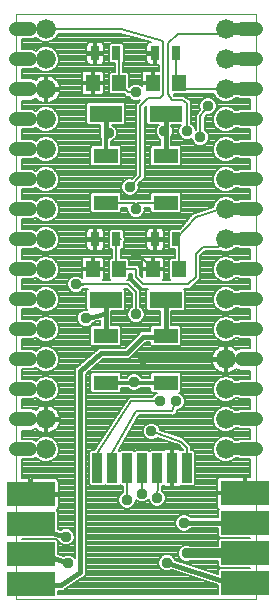
<source format=gtl>
G75*
%MOIN*%
%OFA0B0*%
%FSLAX25Y25*%
%IPPOS*%
%LPD*%
%AMOC8*
5,1,8,0,0,1.08239X$1,22.5*
%
%ADD10C,0.00000*%
%ADD11R,0.08268X0.05000*%
%ADD12C,0.06600*%
%ADD13R,0.11024X0.05512*%
%ADD14R,0.04724X0.05512*%
%ADD15R,0.03150X0.04724*%
%ADD16R,0.16000X0.08000*%
%ADD17R,0.03543X0.09843*%
%ADD18C,0.04724*%
%ADD19C,0.00800*%
%ADD20C,0.03762*%
%ADD21C,0.01600*%
%ADD22C,0.01200*%
%ADD23C,0.04000*%
%ADD24C,0.01000*%
%ADD25C,0.03200*%
D10*
X0005050Y0028010D02*
X0005050Y0223010D01*
X0085050Y0223010D01*
X0085050Y0028010D01*
X0005050Y0028010D01*
D11*
X0035050Y0100215D03*
X0035050Y0115805D03*
X0035050Y0160215D03*
X0035050Y0175805D03*
X0055050Y0175805D03*
X0055050Y0160215D03*
X0055050Y0115805D03*
X0055050Y0100215D03*
D12*
X0075050Y0098010D03*
X0075050Y0108010D03*
X0075050Y0118010D03*
X0075050Y0128010D03*
X0075050Y0138010D03*
X0075050Y0148010D03*
X0075050Y0158010D03*
X0075050Y0168010D03*
X0075050Y0178010D03*
X0075050Y0188010D03*
X0075050Y0198010D03*
X0075050Y0208010D03*
X0075050Y0218010D03*
X0075050Y0088010D03*
X0075050Y0078010D03*
X0015050Y0078010D03*
X0015050Y0088010D03*
X0015050Y0098010D03*
X0015050Y0108010D03*
X0015050Y0118010D03*
X0015050Y0128010D03*
X0015050Y0138010D03*
X0015050Y0148010D03*
X0015050Y0158010D03*
X0015050Y0168010D03*
X0015050Y0178010D03*
X0015050Y0188010D03*
X0015050Y0198010D03*
X0015050Y0208010D03*
X0015050Y0218010D03*
D13*
X0035050Y0189892D03*
X0055050Y0189892D03*
X0055050Y0127892D03*
X0035050Y0127892D03*
D14*
X0030719Y0138128D03*
X0039381Y0138128D03*
X0050719Y0138128D03*
X0059381Y0138128D03*
X0059381Y0200128D03*
X0050719Y0200128D03*
X0039381Y0200128D03*
X0030719Y0200128D03*
D15*
X0031507Y0210010D03*
X0038593Y0210010D03*
X0051507Y0210010D03*
X0058593Y0210010D03*
X0058593Y0148010D03*
X0051507Y0148010D03*
X0038593Y0148010D03*
X0031507Y0148010D03*
D16*
X0009950Y0063010D03*
X0009950Y0053010D03*
X0009950Y0043010D03*
X0009950Y0033010D03*
X0081350Y0033410D03*
X0081350Y0043410D03*
X0081350Y0053410D03*
X0081350Y0063410D03*
D17*
X0062152Y0071762D03*
X0057152Y0071762D03*
X0052152Y0071762D03*
X0047152Y0071762D03*
X0042152Y0071762D03*
X0037152Y0071762D03*
X0032152Y0071762D03*
D18*
X0009774Y0078010D02*
X0005050Y0078010D01*
X0005050Y0088010D02*
X0009774Y0088010D01*
X0009774Y0098010D02*
X0005050Y0098010D01*
X0005050Y0108010D02*
X0009774Y0108010D01*
X0009774Y0118010D02*
X0005050Y0118010D01*
X0005050Y0128010D02*
X0009774Y0128010D01*
X0009774Y0138010D02*
X0005050Y0138010D01*
X0005050Y0148010D02*
X0009774Y0148010D01*
X0009774Y0158010D02*
X0005050Y0158010D01*
X0005050Y0168010D02*
X0009774Y0168010D01*
X0009774Y0178010D02*
X0005050Y0178010D01*
X0005050Y0188010D02*
X0009774Y0188010D01*
X0009774Y0198010D02*
X0005050Y0198010D01*
X0005050Y0208010D02*
X0009774Y0208010D01*
X0009774Y0218010D02*
X0005050Y0218010D01*
X0080326Y0218010D02*
X0085050Y0218010D01*
X0085050Y0208010D02*
X0080326Y0208010D01*
X0080326Y0198010D02*
X0085050Y0198010D01*
X0085050Y0188010D02*
X0080326Y0188010D01*
X0080326Y0178010D02*
X0085050Y0178010D01*
X0085050Y0168010D02*
X0080326Y0168010D01*
X0080326Y0158010D02*
X0085050Y0158010D01*
X0085050Y0148010D02*
X0080326Y0148010D01*
X0080326Y0138010D02*
X0085050Y0138010D01*
X0085050Y0128010D02*
X0080326Y0128010D01*
X0080326Y0118010D02*
X0085050Y0118010D01*
X0085050Y0108010D02*
X0080326Y0108010D01*
X0080326Y0098010D02*
X0085050Y0098010D01*
X0085050Y0088010D02*
X0080326Y0088010D01*
X0080326Y0078010D02*
X0085050Y0078010D01*
D19*
X0083150Y0081372D02*
X0079657Y0081372D01*
X0078782Y0081010D01*
X0078131Y0081010D01*
X0077486Y0081655D01*
X0075905Y0082310D01*
X0074195Y0082310D01*
X0072614Y0081655D01*
X0071405Y0080446D01*
X0070750Y0078865D01*
X0070750Y0077155D01*
X0071405Y0075574D01*
X0072614Y0074364D01*
X0074195Y0073710D01*
X0075905Y0073710D01*
X0077486Y0074364D01*
X0078131Y0075010D01*
X0078782Y0075010D01*
X0079657Y0074648D01*
X0083150Y0074648D01*
X0083150Y0068810D01*
X0081750Y0068810D01*
X0081750Y0063810D01*
X0080950Y0063810D01*
X0080950Y0068810D01*
X0073166Y0068810D01*
X0072810Y0068714D01*
X0072490Y0068530D01*
X0072230Y0068269D01*
X0072045Y0067950D01*
X0071950Y0067594D01*
X0071950Y0063810D01*
X0080950Y0063810D01*
X0080950Y0063010D01*
X0071950Y0063010D01*
X0071950Y0059226D01*
X0072045Y0058869D01*
X0072230Y0058550D01*
X0072490Y0058290D01*
X0072697Y0058171D01*
X0072350Y0057824D01*
X0072350Y0055310D01*
X0063324Y0055310D01*
X0062682Y0055952D01*
X0061623Y0056391D01*
X0060477Y0056391D01*
X0059418Y0055952D01*
X0058608Y0055142D01*
X0058169Y0054083D01*
X0058169Y0052937D01*
X0058608Y0051878D01*
X0059418Y0051067D01*
X0060477Y0050629D01*
X0061623Y0050629D01*
X0062682Y0051067D01*
X0063324Y0051710D01*
X0072350Y0051710D01*
X0072350Y0048996D01*
X0072936Y0048410D01*
X0072350Y0047824D01*
X0072350Y0045963D01*
X0063186Y0045916D01*
X0062523Y0046191D01*
X0061377Y0046191D01*
X0060318Y0045752D01*
X0059508Y0044942D01*
X0059069Y0043883D01*
X0059069Y0042737D01*
X0059508Y0041678D01*
X0060318Y0040867D01*
X0061377Y0040429D01*
X0062523Y0040429D01*
X0063217Y0040716D01*
X0072350Y0040763D01*
X0072350Y0038996D01*
X0072936Y0038410D01*
X0072350Y0037824D01*
X0072350Y0036474D01*
X0058156Y0041205D01*
X0057892Y0041842D01*
X0057082Y0042652D01*
X0056023Y0043091D01*
X0054877Y0043091D01*
X0053818Y0042652D01*
X0053008Y0041842D01*
X0052569Y0040783D01*
X0052569Y0039637D01*
X0053008Y0038578D01*
X0053818Y0037767D01*
X0054877Y0037329D01*
X0056023Y0037329D01*
X0057082Y0037767D01*
X0057083Y0037768D01*
X0072350Y0032679D01*
X0072350Y0029910D01*
X0018950Y0029910D01*
X0018950Y0030939D01*
X0019735Y0030915D01*
X0020308Y0030795D01*
X0020460Y0030894D01*
X0020641Y0030888D01*
X0021067Y0031289D01*
X0027085Y0035210D01*
X0027296Y0035210D01*
X0027690Y0035604D01*
X0028157Y0035909D01*
X0028201Y0036115D01*
X0028350Y0036264D01*
X0028350Y0036822D01*
X0028465Y0037368D01*
X0028350Y0037544D01*
X0028350Y0103273D01*
X0034207Y0108210D01*
X0042796Y0108210D01*
X0043850Y0109264D01*
X0043850Y0109264D01*
X0048296Y0113710D01*
X0049916Y0113710D01*
X0049916Y0112891D01*
X0050502Y0112305D01*
X0059598Y0112305D01*
X0060184Y0112891D01*
X0060184Y0118719D01*
X0059598Y0119305D01*
X0056850Y0119305D01*
X0056850Y0124136D01*
X0060976Y0124136D01*
X0061562Y0124722D01*
X0061562Y0131062D01*
X0061014Y0131610D01*
X0063130Y0131610D01*
X0065630Y0134110D01*
X0066450Y0134930D01*
X0066450Y0142430D01*
X0068130Y0144110D01*
X0073130Y0144110D01*
X0073159Y0144139D01*
X0074195Y0143710D01*
X0075905Y0143710D01*
X0077486Y0144364D01*
X0078131Y0145010D01*
X0078782Y0145010D01*
X0079657Y0144648D01*
X0083150Y0144648D01*
X0083150Y0141372D01*
X0079657Y0141372D01*
X0078782Y0141010D01*
X0078131Y0141010D01*
X0077486Y0141655D01*
X0075905Y0142310D01*
X0074195Y0142310D01*
X0072614Y0141655D01*
X0071405Y0140446D01*
X0070750Y0138865D01*
X0070750Y0137155D01*
X0071405Y0135574D01*
X0072614Y0134364D01*
X0074195Y0133710D01*
X0075905Y0133710D01*
X0077486Y0134364D01*
X0078131Y0135010D01*
X0078782Y0135010D01*
X0079657Y0134648D01*
X0083150Y0134648D01*
X0083150Y0131372D01*
X0079657Y0131372D01*
X0078782Y0131010D01*
X0078131Y0131010D01*
X0077486Y0131655D01*
X0075905Y0132310D01*
X0074195Y0132310D01*
X0072614Y0131655D01*
X0071405Y0130446D01*
X0070750Y0128865D01*
X0070750Y0127155D01*
X0071405Y0125574D01*
X0072614Y0124364D01*
X0074195Y0123710D01*
X0075905Y0123710D01*
X0077486Y0124364D01*
X0078131Y0125010D01*
X0078782Y0125010D01*
X0079657Y0124648D01*
X0083150Y0124648D01*
X0083150Y0121372D01*
X0079657Y0121372D01*
X0078782Y0121010D01*
X0078131Y0121010D01*
X0077486Y0121655D01*
X0075905Y0122310D01*
X0074195Y0122310D01*
X0072614Y0121655D01*
X0071405Y0120446D01*
X0070750Y0118865D01*
X0070750Y0117155D01*
X0071405Y0115574D01*
X0072614Y0114364D01*
X0074195Y0113710D01*
X0075905Y0113710D01*
X0077486Y0114364D01*
X0078131Y0115010D01*
X0078782Y0115010D01*
X0079657Y0114648D01*
X0083150Y0114648D01*
X0083150Y0111772D01*
X0079955Y0111772D01*
X0079228Y0111627D01*
X0078544Y0111344D01*
X0078435Y0111271D01*
X0078112Y0111595D01*
X0077513Y0112030D01*
X0076854Y0112365D01*
X0076151Y0112594D01*
X0075450Y0112705D01*
X0075450Y0108410D01*
X0074650Y0108410D01*
X0074650Y0112705D01*
X0073949Y0112594D01*
X0073246Y0112365D01*
X0072587Y0112030D01*
X0071988Y0111595D01*
X0071465Y0111072D01*
X0071030Y0110473D01*
X0070694Y0109814D01*
X0070466Y0109110D01*
X0070355Y0108410D01*
X0074650Y0108410D01*
X0074650Y0107610D01*
X0070355Y0107610D01*
X0070466Y0106909D01*
X0070694Y0106206D01*
X0071030Y0105547D01*
X0071465Y0104948D01*
X0071988Y0104425D01*
X0072587Y0103990D01*
X0073246Y0103654D01*
X0073949Y0103426D01*
X0074650Y0103315D01*
X0074650Y0107610D01*
X0075450Y0107610D01*
X0075450Y0108410D01*
X0076569Y0108410D01*
X0076567Y0108397D01*
X0083150Y0108397D01*
X0083150Y0107622D01*
X0076567Y0107622D01*
X0076569Y0107610D01*
X0075450Y0107610D01*
X0075450Y0103315D01*
X0076151Y0103426D01*
X0076854Y0103654D01*
X0077513Y0103990D01*
X0078112Y0104425D01*
X0078435Y0104748D01*
X0078544Y0104676D01*
X0079228Y0104392D01*
X0079955Y0104248D01*
X0083150Y0104248D01*
X0083150Y0101372D01*
X0079657Y0101372D01*
X0078782Y0101010D01*
X0078131Y0101010D01*
X0077486Y0101655D01*
X0075905Y0102310D01*
X0074195Y0102310D01*
X0072614Y0101655D01*
X0071405Y0100446D01*
X0070750Y0098865D01*
X0070750Y0097155D01*
X0071405Y0095574D01*
X0072614Y0094364D01*
X0074195Y0093710D01*
X0075905Y0093710D01*
X0077486Y0094364D01*
X0078131Y0095010D01*
X0078782Y0095010D01*
X0079657Y0094648D01*
X0083150Y0094648D01*
X0083150Y0091372D01*
X0079657Y0091372D01*
X0078782Y0091010D01*
X0078131Y0091010D01*
X0077486Y0091655D01*
X0075905Y0092310D01*
X0074195Y0092310D01*
X0072614Y0091655D01*
X0071405Y0090446D01*
X0070750Y0088865D01*
X0070750Y0087155D01*
X0071405Y0085574D01*
X0072614Y0084364D01*
X0074195Y0083710D01*
X0075905Y0083710D01*
X0077486Y0084364D01*
X0078131Y0085010D01*
X0078782Y0085010D01*
X0079657Y0084648D01*
X0083150Y0084648D01*
X0083150Y0081372D01*
X0083150Y0081510D02*
X0077631Y0081510D01*
X0076378Y0083906D02*
X0083150Y0083906D01*
X0083150Y0083107D02*
X0057138Y0083107D01*
X0057805Y0079913D02*
X0040564Y0079913D01*
X0041026Y0080712D02*
X0055498Y0080712D01*
X0055196Y0078083D02*
X0054840Y0077988D01*
X0054521Y0077803D01*
X0054370Y0077652D01*
X0054338Y0077683D01*
X0049966Y0077683D01*
X0049652Y0077369D01*
X0049338Y0077683D01*
X0044966Y0077683D01*
X0044652Y0077369D01*
X0044338Y0077683D01*
X0039966Y0077683D01*
X0039652Y0077369D01*
X0039338Y0077683D01*
X0039274Y0077683D01*
X0046057Y0089410D01*
X0056976Y0089410D01*
X0057260Y0089295D01*
X0057533Y0089410D01*
X0057830Y0089410D01*
X0058047Y0089626D01*
X0058329Y0089746D01*
X0058440Y0090020D01*
X0058650Y0090230D01*
X0058650Y0090536D01*
X0058891Y0091129D01*
X0059123Y0091129D01*
X0060182Y0091567D01*
X0060992Y0092378D01*
X0061431Y0093437D01*
X0061431Y0094583D01*
X0060992Y0095642D01*
X0060182Y0096452D01*
X0059549Y0096715D01*
X0059598Y0096715D01*
X0060184Y0097300D01*
X0060184Y0103129D01*
X0059598Y0103715D01*
X0050502Y0103715D01*
X0049916Y0103129D01*
X0049916Y0101815D01*
X0047128Y0101815D01*
X0046992Y0102142D01*
X0046182Y0102952D01*
X0045123Y0103391D01*
X0043977Y0103391D01*
X0042918Y0102952D01*
X0042108Y0102142D01*
X0041972Y0101815D01*
X0040184Y0101815D01*
X0040184Y0103129D01*
X0039598Y0103715D01*
X0030502Y0103715D01*
X0029916Y0103129D01*
X0029916Y0097300D01*
X0030502Y0096715D01*
X0039598Y0096715D01*
X0040184Y0097300D01*
X0040184Y0098615D01*
X0042371Y0098615D01*
X0042918Y0098067D01*
X0043977Y0097629D01*
X0045123Y0097629D01*
X0046182Y0098067D01*
X0046729Y0098615D01*
X0049916Y0098615D01*
X0049916Y0097300D01*
X0050502Y0096715D01*
X0052051Y0096715D01*
X0051418Y0096452D01*
X0050608Y0095642D01*
X0050511Y0095410D01*
X0043974Y0095410D01*
X0043844Y0095496D01*
X0043411Y0095410D01*
X0042970Y0095410D01*
X0042860Y0095299D01*
X0042707Y0095269D01*
X0042462Y0094902D01*
X0042150Y0094590D01*
X0042150Y0094434D01*
X0031279Y0078126D01*
X0030975Y0077843D01*
X0030969Y0077683D01*
X0029966Y0077683D01*
X0029381Y0077097D01*
X0029381Y0066426D01*
X0029966Y0065841D01*
X0034338Y0065841D01*
X0034652Y0066155D01*
X0034966Y0065841D01*
X0039338Y0065841D01*
X0039652Y0066155D01*
X0039966Y0065841D01*
X0040751Y0065841D01*
X0040750Y0063690D01*
X0040418Y0063552D01*
X0039608Y0062742D01*
X0039169Y0061683D01*
X0039169Y0060537D01*
X0039608Y0059478D01*
X0040418Y0058667D01*
X0041477Y0058229D01*
X0042623Y0058229D01*
X0043682Y0058667D01*
X0044492Y0059478D01*
X0044931Y0060537D01*
X0044931Y0061254D01*
X0045418Y0060767D01*
X0046477Y0060329D01*
X0047623Y0060329D01*
X0048682Y0060767D01*
X0049269Y0061354D01*
X0049269Y0061237D01*
X0049708Y0060178D01*
X0050518Y0059367D01*
X0051577Y0058929D01*
X0052723Y0058929D01*
X0053782Y0059367D01*
X0054592Y0060178D01*
X0055031Y0061237D01*
X0055031Y0062383D01*
X0054592Y0063442D01*
X0053782Y0064252D01*
X0053723Y0064277D01*
X0053813Y0065582D01*
X0053879Y0065655D01*
X0053869Y0065841D01*
X0054338Y0065841D01*
X0054370Y0065872D01*
X0054521Y0065720D01*
X0054840Y0065536D01*
X0055196Y0065441D01*
X0056752Y0065441D01*
X0056752Y0071362D01*
X0057552Y0071362D01*
X0057552Y0065441D01*
X0059108Y0065441D01*
X0059464Y0065536D01*
X0059784Y0065720D01*
X0059935Y0065872D01*
X0059966Y0065841D01*
X0064338Y0065841D01*
X0064924Y0066426D01*
X0064924Y0077097D01*
X0064338Y0077683D01*
X0063552Y0077683D01*
X0063552Y0079117D01*
X0062732Y0079937D01*
X0061240Y0081429D01*
X0061089Y0081739D01*
X0060846Y0081824D01*
X0060663Y0082006D01*
X0060319Y0082006D01*
X0053131Y0084494D01*
X0053131Y0084583D01*
X0052692Y0085642D01*
X0051882Y0086452D01*
X0050823Y0086891D01*
X0049677Y0086891D01*
X0048618Y0086452D01*
X0047808Y0085642D01*
X0047369Y0084583D01*
X0047369Y0083437D01*
X0047808Y0082378D01*
X0048618Y0081567D01*
X0049677Y0081129D01*
X0050823Y0081129D01*
X0051882Y0081567D01*
X0052176Y0081862D01*
X0059321Y0079388D01*
X0060752Y0077957D01*
X0060752Y0077683D01*
X0059966Y0077683D01*
X0059935Y0077652D01*
X0059784Y0077803D01*
X0059464Y0077988D01*
X0059108Y0078083D01*
X0057552Y0078083D01*
X0057552Y0072162D01*
X0056752Y0072162D01*
X0056752Y0078083D01*
X0055196Y0078083D01*
X0056752Y0077518D02*
X0057552Y0077518D01*
X0057552Y0076719D02*
X0056752Y0076719D01*
X0056752Y0075921D02*
X0057552Y0075921D01*
X0057552Y0075122D02*
X0056752Y0075122D01*
X0056752Y0074323D02*
X0057552Y0074323D01*
X0057552Y0073525D02*
X0056752Y0073525D01*
X0056752Y0072726D02*
X0057552Y0072726D01*
X0057552Y0071129D02*
X0056752Y0071129D01*
X0056752Y0070331D02*
X0057552Y0070331D01*
X0057552Y0069532D02*
X0056752Y0069532D01*
X0056752Y0068734D02*
X0057552Y0068734D01*
X0057552Y0067935D02*
X0056752Y0067935D01*
X0056752Y0067137D02*
X0057552Y0067137D01*
X0057552Y0066338D02*
X0056752Y0066338D01*
X0056752Y0065540D02*
X0057552Y0065540D01*
X0059471Y0065540D02*
X0071950Y0065540D01*
X0071950Y0066338D02*
X0064836Y0066338D01*
X0064924Y0067137D02*
X0071950Y0067137D01*
X0072041Y0067935D02*
X0064924Y0067935D01*
X0064924Y0068734D02*
X0072882Y0068734D01*
X0071950Y0064741D02*
X0053755Y0064741D01*
X0053811Y0065540D02*
X0054834Y0065540D01*
X0054091Y0063943D02*
X0071950Y0063943D01*
X0071950Y0062346D02*
X0055031Y0062346D01*
X0055031Y0061547D02*
X0071950Y0061547D01*
X0071950Y0060749D02*
X0054829Y0060749D01*
X0054365Y0059950D02*
X0071950Y0059950D01*
X0071970Y0059152D02*
X0053262Y0059152D01*
X0051038Y0059152D02*
X0044166Y0059152D01*
X0044688Y0059950D02*
X0049935Y0059950D01*
X0049471Y0060749D02*
X0048637Y0060749D01*
X0047050Y0063210D02*
X0047150Y0065259D01*
X0047152Y0071762D01*
X0044801Y0077518D02*
X0044504Y0077518D01*
X0042873Y0083906D02*
X0047369Y0083906D01*
X0047419Y0084704D02*
X0043335Y0084704D01*
X0043797Y0085503D02*
X0047750Y0085503D01*
X0048467Y0086301D02*
X0044259Y0086301D01*
X0044721Y0087100D02*
X0070773Y0087100D01*
X0070750Y0087898D02*
X0045183Y0087898D01*
X0045645Y0088697D02*
X0070750Y0088697D01*
X0071011Y0089495D02*
X0057915Y0089495D01*
X0058650Y0090294D02*
X0071342Y0090294D01*
X0072051Y0091092D02*
X0058876Y0091092D01*
X0057250Y0090810D02*
X0058550Y0094010D01*
X0059628Y0096682D02*
X0070946Y0096682D01*
X0070750Y0097480D02*
X0060184Y0097480D01*
X0060184Y0098279D02*
X0070750Y0098279D01*
X0070838Y0099077D02*
X0060184Y0099077D01*
X0060184Y0099876D02*
X0071169Y0099876D01*
X0071633Y0100674D02*
X0060184Y0100674D01*
X0060184Y0101473D02*
X0072432Y0101473D01*
X0072825Y0103868D02*
X0029057Y0103868D01*
X0028350Y0103070D02*
X0029916Y0103070D01*
X0029916Y0102271D02*
X0028350Y0102271D01*
X0028350Y0101473D02*
X0029916Y0101473D01*
X0029916Y0100674D02*
X0028350Y0100674D01*
X0028350Y0099876D02*
X0029916Y0099876D01*
X0029916Y0099077D02*
X0028350Y0099077D01*
X0028350Y0098279D02*
X0029916Y0098279D01*
X0029916Y0097480D02*
X0028350Y0097480D01*
X0028350Y0096682D02*
X0051972Y0096682D01*
X0050849Y0095883D02*
X0028350Y0095883D01*
X0028350Y0095085D02*
X0042584Y0095085D01*
X0042052Y0094286D02*
X0028350Y0094286D01*
X0028350Y0093488D02*
X0041519Y0093488D01*
X0040987Y0092689D02*
X0028350Y0092689D01*
X0028350Y0091891D02*
X0040455Y0091891D01*
X0039923Y0091092D02*
X0028350Y0091092D01*
X0028350Y0090294D02*
X0039390Y0090294D01*
X0038858Y0089495D02*
X0028350Y0089495D01*
X0028350Y0088697D02*
X0038326Y0088697D01*
X0037793Y0087898D02*
X0028350Y0087898D01*
X0028350Y0087100D02*
X0037261Y0087100D01*
X0036729Y0086301D02*
X0028350Y0086301D01*
X0028350Y0085503D02*
X0036196Y0085503D01*
X0035664Y0084704D02*
X0028350Y0084704D01*
X0028350Y0083906D02*
X0035132Y0083906D01*
X0034599Y0083107D02*
X0028350Y0083107D01*
X0028350Y0082309D02*
X0034067Y0082309D01*
X0033535Y0081510D02*
X0028350Y0081510D01*
X0028350Y0080712D02*
X0033003Y0080712D01*
X0032470Y0079913D02*
X0028350Y0079913D01*
X0028350Y0079115D02*
X0031938Y0079115D01*
X0031406Y0078316D02*
X0028350Y0078316D01*
X0028350Y0077518D02*
X0029801Y0077518D01*
X0029381Y0076719D02*
X0028350Y0076719D01*
X0028350Y0075921D02*
X0029381Y0075921D01*
X0029381Y0075122D02*
X0028350Y0075122D01*
X0028350Y0074323D02*
X0029381Y0074323D01*
X0029381Y0073525D02*
X0028350Y0073525D01*
X0028350Y0072726D02*
X0029381Y0072726D01*
X0029381Y0071928D02*
X0028350Y0071928D01*
X0028350Y0071129D02*
X0029381Y0071129D01*
X0029381Y0070331D02*
X0028350Y0070331D01*
X0028350Y0069532D02*
X0029381Y0069532D01*
X0029381Y0068734D02*
X0028350Y0068734D01*
X0028350Y0067935D02*
X0029381Y0067935D01*
X0029381Y0067137D02*
X0028350Y0067137D01*
X0028350Y0066338D02*
X0029469Y0066338D01*
X0028350Y0065540D02*
X0040751Y0065540D01*
X0040751Y0064741D02*
X0028350Y0064741D01*
X0028350Y0063943D02*
X0040750Y0063943D01*
X0040010Y0063144D02*
X0028350Y0063144D01*
X0028350Y0062346D02*
X0039443Y0062346D01*
X0039169Y0061547D02*
X0028350Y0061547D01*
X0028350Y0060749D02*
X0039169Y0060749D01*
X0039412Y0059950D02*
X0028350Y0059950D01*
X0028350Y0059152D02*
X0039934Y0059152D01*
X0041176Y0058353D02*
X0028350Y0058353D01*
X0028350Y0057555D02*
X0072350Y0057555D01*
X0072350Y0056756D02*
X0028350Y0056756D01*
X0028350Y0055958D02*
X0059431Y0055958D01*
X0058625Y0055159D02*
X0028350Y0055159D01*
X0028350Y0054361D02*
X0058284Y0054361D01*
X0058169Y0053562D02*
X0028350Y0053562D01*
X0028350Y0052764D02*
X0058241Y0052764D01*
X0058571Y0051965D02*
X0028350Y0051965D01*
X0028350Y0051167D02*
X0059319Y0051167D01*
X0060143Y0045577D02*
X0028350Y0045577D01*
X0028350Y0044779D02*
X0059440Y0044779D01*
X0059109Y0043980D02*
X0028350Y0043980D01*
X0028350Y0043182D02*
X0059069Y0043182D01*
X0059215Y0042383D02*
X0057351Y0042383D01*
X0057999Y0041585D02*
X0059601Y0041585D01*
X0059414Y0040786D02*
X0060514Y0040786D01*
X0060007Y0036793D02*
X0028350Y0036793D01*
X0028350Y0037592D02*
X0054241Y0037592D01*
X0053195Y0038390D02*
X0028350Y0038390D01*
X0028350Y0039189D02*
X0052754Y0039189D01*
X0052569Y0039988D02*
X0028350Y0039988D01*
X0028350Y0040786D02*
X0052570Y0040786D01*
X0052901Y0041585D02*
X0028350Y0041585D01*
X0028350Y0042383D02*
X0053549Y0042383D01*
X0056659Y0037592D02*
X0057611Y0037592D01*
X0061809Y0039988D02*
X0072350Y0039988D01*
X0072350Y0039189D02*
X0064205Y0039189D01*
X0062403Y0035995D02*
X0028175Y0035995D01*
X0027064Y0035196D02*
X0064798Y0035196D01*
X0066600Y0038390D02*
X0072916Y0038390D01*
X0072936Y0038410D02*
X0083150Y0038410D01*
X0083150Y0038410D01*
X0072936Y0038410D01*
X0072350Y0037592D02*
X0068996Y0037592D01*
X0071391Y0036793D02*
X0072350Y0036793D01*
X0074050Y0034010D02*
X0081350Y0033410D01*
X0083150Y0048410D02*
X0072936Y0048410D01*
X0083150Y0048410D01*
X0083150Y0048410D01*
X0081350Y0053410D02*
X0074550Y0053510D01*
X0072574Y0048771D02*
X0028350Y0048771D01*
X0028350Y0047973D02*
X0072499Y0047973D01*
X0072350Y0047174D02*
X0028350Y0047174D01*
X0028350Y0046376D02*
X0072350Y0046376D01*
X0072350Y0049570D02*
X0028350Y0049570D01*
X0028350Y0050368D02*
X0072350Y0050368D01*
X0072350Y0051167D02*
X0062781Y0051167D01*
X0062669Y0055958D02*
X0072350Y0055958D01*
X0072427Y0058353D02*
X0042924Y0058353D01*
X0042050Y0061110D02*
X0042150Y0062764D01*
X0042152Y0071762D01*
X0039801Y0077518D02*
X0039504Y0077518D01*
X0039640Y0078316D02*
X0060393Y0078316D01*
X0059595Y0079115D02*
X0040102Y0079115D01*
X0041487Y0081510D02*
X0048756Y0081510D01*
X0047877Y0082309D02*
X0041949Y0082309D01*
X0042411Y0083107D02*
X0047505Y0083107D01*
X0049504Y0077518D02*
X0049801Y0077518D01*
X0050250Y0084010D02*
X0060083Y0080606D01*
X0062152Y0078537D01*
X0062152Y0071762D01*
X0064924Y0071928D02*
X0083150Y0071928D01*
X0083150Y0072726D02*
X0064924Y0072726D01*
X0064924Y0073525D02*
X0083150Y0073525D01*
X0083150Y0074323D02*
X0077387Y0074323D01*
X0080950Y0068734D02*
X0081750Y0068734D01*
X0081750Y0067935D02*
X0080950Y0067935D01*
X0080950Y0067137D02*
X0081750Y0067137D01*
X0081750Y0066338D02*
X0080950Y0066338D01*
X0080950Y0065540D02*
X0081750Y0065540D01*
X0081750Y0064741D02*
X0080950Y0064741D01*
X0080950Y0063943D02*
X0081750Y0063943D01*
X0080950Y0063144D02*
X0054716Y0063144D01*
X0052150Y0061810D02*
X0052450Y0066159D01*
X0052152Y0071762D01*
X0051744Y0081510D02*
X0053192Y0081510D01*
X0054831Y0083906D02*
X0073722Y0083906D01*
X0074192Y0082309D02*
X0059445Y0082309D01*
X0061201Y0081510D02*
X0072469Y0081510D01*
X0071671Y0080712D02*
X0061958Y0080712D01*
X0062756Y0079913D02*
X0071184Y0079913D01*
X0070853Y0079115D02*
X0063552Y0079115D01*
X0063552Y0078316D02*
X0070750Y0078316D01*
X0070750Y0077518D02*
X0064504Y0077518D01*
X0064924Y0076719D02*
X0070930Y0076719D01*
X0071261Y0075921D02*
X0064924Y0075921D01*
X0064924Y0075122D02*
X0071857Y0075122D01*
X0072713Y0074323D02*
X0064924Y0074323D01*
X0064924Y0071129D02*
X0083150Y0071129D01*
X0083150Y0070331D02*
X0064924Y0070331D01*
X0064924Y0069532D02*
X0083150Y0069532D01*
X0083150Y0082309D02*
X0075908Y0082309D01*
X0077825Y0084704D02*
X0079520Y0084704D01*
X0078981Y0091092D02*
X0078049Y0091092D01*
X0077297Y0094286D02*
X0083150Y0094286D01*
X0083150Y0093488D02*
X0061431Y0093488D01*
X0061431Y0094286D02*
X0072803Y0094286D01*
X0071894Y0095085D02*
X0061223Y0095085D01*
X0060751Y0095883D02*
X0071277Y0095883D01*
X0073183Y0091891D02*
X0060505Y0091891D01*
X0061121Y0092689D02*
X0083150Y0092689D01*
X0083150Y0091891D02*
X0076917Y0091891D01*
X0077668Y0101473D02*
X0083150Y0101473D01*
X0083150Y0102271D02*
X0075998Y0102271D01*
X0075450Y0103868D02*
X0074650Y0103868D01*
X0074650Y0104667D02*
X0075450Y0104667D01*
X0075450Y0105465D02*
X0074650Y0105465D01*
X0074650Y0106264D02*
X0075450Y0106264D01*
X0075450Y0107062D02*
X0074650Y0107062D01*
X0074650Y0107861D02*
X0033793Y0107861D01*
X0032846Y0107062D02*
X0070441Y0107062D01*
X0070675Y0106264D02*
X0031899Y0106264D01*
X0030951Y0105465D02*
X0071089Y0105465D01*
X0071746Y0104667D02*
X0030004Y0104667D01*
X0028208Y0107861D02*
X0019350Y0107861D01*
X0019350Y0107155D02*
X0019350Y0108865D01*
X0018695Y0110446D01*
X0017486Y0111655D01*
X0015905Y0112310D01*
X0014195Y0112310D01*
X0012614Y0111655D01*
X0011749Y0110790D01*
X0011679Y0110860D01*
X0010443Y0111372D01*
X0006950Y0111372D01*
X0006950Y0114648D01*
X0010443Y0114648D01*
X0011679Y0115159D01*
X0011749Y0115230D01*
X0012614Y0114364D01*
X0014195Y0113710D01*
X0015905Y0113710D01*
X0017486Y0114364D01*
X0018695Y0115574D01*
X0019350Y0117155D01*
X0019350Y0118865D01*
X0018695Y0120446D01*
X0017486Y0121655D01*
X0015905Y0122310D01*
X0014195Y0122310D01*
X0012614Y0121655D01*
X0011749Y0120790D01*
X0011679Y0120860D01*
X0010443Y0121372D01*
X0006950Y0121372D01*
X0006950Y0124648D01*
X0010443Y0124648D01*
X0011679Y0125159D01*
X0011749Y0125230D01*
X0012614Y0124364D01*
X0014195Y0123710D01*
X0015905Y0123710D01*
X0017486Y0124364D01*
X0018695Y0125574D01*
X0019350Y0127155D01*
X0019350Y0128865D01*
X0018695Y0130446D01*
X0017486Y0131655D01*
X0015905Y0132310D01*
X0014195Y0132310D01*
X0012614Y0131655D01*
X0011749Y0130790D01*
X0011679Y0130860D01*
X0010443Y0131372D01*
X0006950Y0131372D01*
X0006950Y0134648D01*
X0010443Y0134648D01*
X0011679Y0135159D01*
X0011749Y0135230D01*
X0012614Y0134364D01*
X0014195Y0133710D01*
X0015905Y0133710D01*
X0017486Y0134364D01*
X0018695Y0135574D01*
X0019350Y0137155D01*
X0019350Y0138865D01*
X0018695Y0140446D01*
X0017486Y0141655D01*
X0015905Y0142310D01*
X0014195Y0142310D01*
X0012614Y0141655D01*
X0011749Y0140790D01*
X0011679Y0140860D01*
X0010443Y0141372D01*
X0006950Y0141372D01*
X0006950Y0144648D01*
X0010443Y0144648D01*
X0011679Y0145159D01*
X0011749Y0145230D01*
X0012614Y0144364D01*
X0014195Y0143710D01*
X0015905Y0143710D01*
X0017486Y0144364D01*
X0018695Y0145574D01*
X0019350Y0147155D01*
X0019350Y0148865D01*
X0018695Y0150446D01*
X0017486Y0151655D01*
X0015905Y0152310D01*
X0014195Y0152310D01*
X0012614Y0151655D01*
X0011749Y0150790D01*
X0011679Y0150860D01*
X0010443Y0151372D01*
X0006950Y0151372D01*
X0006950Y0154648D01*
X0010443Y0154648D01*
X0011679Y0155159D01*
X0011749Y0155230D01*
X0012614Y0154364D01*
X0014195Y0153710D01*
X0015905Y0153710D01*
X0017486Y0154364D01*
X0018695Y0155574D01*
X0019350Y0157155D01*
X0019350Y0158865D01*
X0018695Y0160446D01*
X0017486Y0161655D01*
X0015905Y0162310D01*
X0014195Y0162310D01*
X0012614Y0161655D01*
X0011749Y0160790D01*
X0011679Y0160860D01*
X0010443Y0161372D01*
X0006950Y0161372D01*
X0006950Y0164648D01*
X0010443Y0164648D01*
X0011679Y0165159D01*
X0011749Y0165230D01*
X0012614Y0164364D01*
X0014195Y0163710D01*
X0015905Y0163710D01*
X0017486Y0164364D01*
X0018695Y0165574D01*
X0019350Y0167155D01*
X0019350Y0168865D01*
X0018695Y0170446D01*
X0017486Y0171655D01*
X0015905Y0172310D01*
X0014195Y0172310D01*
X0012614Y0171655D01*
X0011749Y0170790D01*
X0011679Y0170860D01*
X0010443Y0171372D01*
X0006950Y0171372D01*
X0006950Y0174648D01*
X0010443Y0174648D01*
X0011679Y0175159D01*
X0011749Y0175230D01*
X0012614Y0174364D01*
X0014195Y0173710D01*
X0015905Y0173710D01*
X0017486Y0174364D01*
X0018695Y0175574D01*
X0019350Y0177155D01*
X0019350Y0178865D01*
X0018695Y0180446D01*
X0017486Y0181655D01*
X0015905Y0182310D01*
X0014195Y0182310D01*
X0012614Y0181655D01*
X0011749Y0180790D01*
X0011679Y0180860D01*
X0010443Y0181372D01*
X0006950Y0181372D01*
X0006950Y0184648D01*
X0010443Y0184648D01*
X0011679Y0185159D01*
X0011749Y0185230D01*
X0012614Y0184364D01*
X0014195Y0183710D01*
X0015905Y0183710D01*
X0017486Y0184364D01*
X0018695Y0185574D01*
X0019350Y0187155D01*
X0019350Y0188865D01*
X0018695Y0190446D01*
X0017486Y0191655D01*
X0015905Y0192310D01*
X0014195Y0192310D01*
X0012614Y0191655D01*
X0011749Y0190790D01*
X0011679Y0190860D01*
X0010443Y0191372D01*
X0006950Y0191372D01*
X0006950Y0194248D01*
X0010145Y0194248D01*
X0010872Y0194392D01*
X0011556Y0194676D01*
X0011665Y0194748D01*
X0011988Y0194425D01*
X0012587Y0193990D01*
X0013246Y0193654D01*
X0013949Y0193426D01*
X0014650Y0193315D01*
X0014650Y0197610D01*
X0013531Y0197610D01*
X0013533Y0197622D01*
X0006950Y0197622D01*
X0006950Y0198397D01*
X0013533Y0198397D01*
X0013531Y0198410D01*
X0014650Y0198410D01*
X0014650Y0202705D01*
X0013949Y0202594D01*
X0013246Y0202365D01*
X0012587Y0202030D01*
X0011988Y0201595D01*
X0011665Y0201271D01*
X0011556Y0201344D01*
X0010872Y0201627D01*
X0010145Y0201772D01*
X0006950Y0201772D01*
X0006950Y0204648D01*
X0010443Y0204648D01*
X0011679Y0205159D01*
X0011749Y0205230D01*
X0012614Y0204364D01*
X0014195Y0203710D01*
X0015905Y0203710D01*
X0017486Y0204364D01*
X0018695Y0205574D01*
X0019350Y0207155D01*
X0019350Y0208865D01*
X0018695Y0210446D01*
X0017486Y0211655D01*
X0015905Y0212310D01*
X0014195Y0212310D01*
X0012614Y0211655D01*
X0011749Y0210790D01*
X0011679Y0210860D01*
X0010443Y0211372D01*
X0006950Y0211372D01*
X0006950Y0214648D01*
X0010443Y0214648D01*
X0011679Y0215159D01*
X0011749Y0215230D01*
X0012614Y0214364D01*
X0014195Y0213710D01*
X0015905Y0213710D01*
X0017486Y0214364D01*
X0018695Y0215574D01*
X0019124Y0216610D01*
X0039857Y0216610D01*
X0049931Y0213772D01*
X0049748Y0213772D01*
X0049391Y0213677D01*
X0049072Y0213492D01*
X0048812Y0213232D01*
X0048627Y0212912D01*
X0048532Y0212556D01*
X0048532Y0210397D01*
X0051119Y0210397D01*
X0051119Y0209622D01*
X0051894Y0209622D01*
X0051894Y0206248D01*
X0052850Y0206248D01*
X0052850Y0204580D01*
X0052820Y0204284D01*
X0051119Y0204284D01*
X0051119Y0200528D01*
X0050319Y0200528D01*
X0050319Y0199728D01*
X0046957Y0199728D01*
X0046957Y0199177D01*
X0046682Y0199452D01*
X0045623Y0199891D01*
X0044477Y0199891D01*
X0043418Y0199452D01*
X0042743Y0198777D01*
X0042743Y0203298D01*
X0042157Y0203884D01*
X0040781Y0203884D01*
X0040781Y0206846D01*
X0041168Y0207233D01*
X0041168Y0212786D01*
X0040582Y0213372D01*
X0036604Y0213372D01*
X0036019Y0212786D01*
X0036019Y0207233D01*
X0036604Y0206648D01*
X0037981Y0206648D01*
X0037981Y0203884D01*
X0036604Y0203884D01*
X0036019Y0203298D01*
X0036019Y0196958D01*
X0036604Y0196372D01*
X0041157Y0196372D01*
X0041919Y0195610D01*
X0042511Y0195610D01*
X0042608Y0195378D01*
X0043418Y0194567D01*
X0044477Y0194129D01*
X0045623Y0194129D01*
X0046589Y0194529D01*
X0045970Y0193910D01*
X0045150Y0193090D01*
X0045150Y0169590D01*
X0043855Y0168295D01*
X0043623Y0168391D01*
X0042477Y0168391D01*
X0041418Y0167952D01*
X0040608Y0167142D01*
X0040169Y0166083D01*
X0040169Y0164937D01*
X0040608Y0163878D01*
X0041418Y0163067D01*
X0042477Y0162629D01*
X0043623Y0162629D01*
X0044682Y0163067D01*
X0045492Y0163878D01*
X0045931Y0164937D01*
X0045931Y0166083D01*
X0045835Y0166315D01*
X0047950Y0168430D01*
X0047950Y0191930D01*
X0048538Y0192518D01*
X0048538Y0186722D01*
X0049124Y0186136D01*
X0052602Y0186136D01*
X0052108Y0185642D01*
X0051669Y0184583D01*
X0051669Y0183437D01*
X0052108Y0182378D01*
X0052918Y0181567D01*
X0053250Y0181430D01*
X0053250Y0179305D01*
X0050502Y0179305D01*
X0049916Y0178719D01*
X0049916Y0172891D01*
X0050502Y0172305D01*
X0059598Y0172305D01*
X0060184Y0172891D01*
X0060184Y0178719D01*
X0059598Y0179305D01*
X0056850Y0179305D01*
X0056850Y0182235D01*
X0056992Y0182378D01*
X0057431Y0183437D01*
X0057431Y0184583D01*
X0056992Y0185642D01*
X0056850Y0185784D01*
X0056850Y0186136D01*
X0060102Y0186136D01*
X0059608Y0185642D01*
X0059169Y0184583D01*
X0059169Y0183437D01*
X0059608Y0182378D01*
X0060418Y0181567D01*
X0061477Y0181129D01*
X0062623Y0181129D01*
X0063669Y0181562D01*
X0063669Y0181437D01*
X0064108Y0180378D01*
X0064918Y0179567D01*
X0065977Y0179129D01*
X0067123Y0179129D01*
X0068182Y0179567D01*
X0068992Y0180378D01*
X0069431Y0181437D01*
X0069431Y0182583D01*
X0068992Y0183642D01*
X0068182Y0184452D01*
X0067950Y0184548D01*
X0067950Y0188561D01*
X0068713Y0189629D01*
X0069623Y0189629D01*
X0070682Y0190067D01*
X0071492Y0190878D01*
X0071931Y0191937D01*
X0071931Y0193083D01*
X0071492Y0194142D01*
X0070682Y0194952D01*
X0069623Y0195391D01*
X0068477Y0195391D01*
X0067418Y0194952D01*
X0066608Y0194142D01*
X0066169Y0193083D01*
X0066169Y0191937D01*
X0066445Y0191271D01*
X0065478Y0189918D01*
X0065150Y0189590D01*
X0065150Y0189458D01*
X0065074Y0189352D01*
X0065150Y0188894D01*
X0065150Y0184548D01*
X0064931Y0184458D01*
X0064931Y0184583D01*
X0064492Y0185642D01*
X0063682Y0186452D01*
X0063450Y0186548D01*
X0063450Y0193086D01*
X0063537Y0193216D01*
X0063450Y0193648D01*
X0063450Y0194090D01*
X0063340Y0194200D01*
X0063309Y0194353D01*
X0062942Y0194598D01*
X0062630Y0194910D01*
X0062474Y0194910D01*
X0061442Y0195598D01*
X0061130Y0195910D01*
X0060974Y0195910D01*
X0060844Y0195996D01*
X0060411Y0195910D01*
X0057862Y0195910D01*
X0057598Y0196372D01*
X0062157Y0196372D01*
X0062395Y0196610D01*
X0070976Y0196610D01*
X0071405Y0195574D01*
X0072614Y0194364D01*
X0074195Y0193710D01*
X0075905Y0193710D01*
X0077486Y0194364D01*
X0078131Y0195010D01*
X0078782Y0195010D01*
X0079657Y0194648D01*
X0083150Y0194648D01*
X0083150Y0191372D01*
X0079657Y0191372D01*
X0078782Y0191010D01*
X0078131Y0191010D01*
X0077486Y0191655D01*
X0075905Y0192310D01*
X0074195Y0192310D01*
X0072614Y0191655D01*
X0071405Y0190446D01*
X0070750Y0188865D01*
X0070750Y0187155D01*
X0071405Y0185574D01*
X0072614Y0184364D01*
X0074195Y0183710D01*
X0075905Y0183710D01*
X0077486Y0184364D01*
X0078131Y0185010D01*
X0078782Y0185010D01*
X0079657Y0184648D01*
X0083150Y0184648D01*
X0083150Y0181372D01*
X0079657Y0181372D01*
X0078782Y0181010D01*
X0078131Y0181010D01*
X0077486Y0181655D01*
X0075905Y0182310D01*
X0074195Y0182310D01*
X0072614Y0181655D01*
X0071405Y0180446D01*
X0070750Y0178865D01*
X0070750Y0177155D01*
X0071405Y0175574D01*
X0072614Y0174364D01*
X0074195Y0173710D01*
X0075905Y0173710D01*
X0077486Y0174364D01*
X0078131Y0175010D01*
X0078782Y0175010D01*
X0079657Y0174648D01*
X0083150Y0174648D01*
X0083150Y0171372D01*
X0079657Y0171372D01*
X0078782Y0171010D01*
X0078131Y0171010D01*
X0077486Y0171655D01*
X0075905Y0172310D01*
X0074195Y0172310D01*
X0072614Y0171655D01*
X0071405Y0170446D01*
X0070750Y0168865D01*
X0070750Y0167155D01*
X0071405Y0165574D01*
X0072614Y0164364D01*
X0074195Y0163710D01*
X0075905Y0163710D01*
X0077486Y0164364D01*
X0078131Y0165010D01*
X0078782Y0165010D01*
X0079657Y0164648D01*
X0083150Y0164648D01*
X0083150Y0161372D01*
X0079657Y0161372D01*
X0078782Y0161010D01*
X0078131Y0161010D01*
X0077486Y0161655D01*
X0075905Y0162310D01*
X0074195Y0162310D01*
X0072614Y0161655D01*
X0071405Y0160446D01*
X0070750Y0158865D01*
X0070750Y0158637D01*
X0064798Y0156895D01*
X0064367Y0156863D01*
X0064259Y0156737D01*
X0064100Y0156691D01*
X0063893Y0156311D01*
X0059640Y0151372D01*
X0056604Y0151372D01*
X0056019Y0150786D01*
X0056019Y0145233D01*
X0056604Y0144648D01*
X0057981Y0144648D01*
X0057981Y0141884D01*
X0056604Y0141884D01*
X0056019Y0141298D01*
X0056019Y0134958D01*
X0056567Y0134410D01*
X0054099Y0134410D01*
X0054202Y0134512D01*
X0054386Y0134832D01*
X0054481Y0135188D01*
X0054481Y0137728D01*
X0051119Y0137728D01*
X0051119Y0138528D01*
X0050319Y0138528D01*
X0050319Y0137728D01*
X0046957Y0137728D01*
X0046957Y0135583D01*
X0046450Y0136090D01*
X0046450Y0138590D01*
X0045630Y0139410D01*
X0042743Y0139410D01*
X0042743Y0141298D01*
X0042157Y0141884D01*
X0039993Y0141884D01*
X0039993Y0144648D01*
X0040582Y0144648D01*
X0041168Y0145233D01*
X0041168Y0147148D01*
X0041450Y0147430D01*
X0041450Y0148590D01*
X0041168Y0148872D01*
X0041168Y0150786D01*
X0040582Y0151372D01*
X0036604Y0151372D01*
X0036019Y0150786D01*
X0036019Y0145233D01*
X0036604Y0144648D01*
X0037193Y0144648D01*
X0037193Y0141884D01*
X0036604Y0141884D01*
X0036019Y0141298D01*
X0036019Y0134958D01*
X0036567Y0134410D01*
X0034099Y0134410D01*
X0034202Y0134512D01*
X0034386Y0134832D01*
X0034481Y0135188D01*
X0034481Y0137728D01*
X0031119Y0137728D01*
X0031119Y0138528D01*
X0030319Y0138528D01*
X0030319Y0137728D01*
X0026957Y0137728D01*
X0026957Y0135188D01*
X0026961Y0135173D01*
X0026682Y0135452D01*
X0025623Y0135891D01*
X0024477Y0135891D01*
X0023418Y0135452D01*
X0022608Y0134642D01*
X0022169Y0133583D01*
X0022169Y0132437D01*
X0022608Y0131378D01*
X0023418Y0130567D01*
X0024477Y0130129D01*
X0025623Y0130129D01*
X0026682Y0130567D01*
X0027492Y0131378D01*
X0027547Y0131510D01*
X0028171Y0131510D01*
X0028271Y0131610D01*
X0029086Y0131610D01*
X0028538Y0131062D01*
X0028538Y0124722D01*
X0028669Y0124591D01*
X0027777Y0124591D01*
X0026718Y0124152D01*
X0025908Y0123342D01*
X0025469Y0122283D01*
X0025469Y0121137D01*
X0025908Y0120078D01*
X0026718Y0119267D01*
X0027777Y0118829D01*
X0028923Y0118829D01*
X0029982Y0119267D01*
X0030792Y0120078D01*
X0030952Y0120463D01*
X0032013Y0120708D01*
X0032091Y0120668D01*
X0032729Y0120873D01*
X0033250Y0120993D01*
X0033250Y0119305D01*
X0030502Y0119305D01*
X0029916Y0118719D01*
X0029916Y0112891D01*
X0030502Y0112305D01*
X0039598Y0112305D01*
X0040184Y0112891D01*
X0040184Y0118719D01*
X0039598Y0119305D01*
X0036850Y0119305D01*
X0036850Y0123075D01*
X0036992Y0123351D01*
X0036850Y0123792D01*
X0036850Y0124136D01*
X0040976Y0124136D01*
X0041562Y0124722D01*
X0041562Y0131062D01*
X0041014Y0131610D01*
X0041970Y0131610D01*
X0043650Y0129930D01*
X0043650Y0125548D01*
X0043418Y0125452D01*
X0042608Y0124642D01*
X0042169Y0123583D01*
X0042169Y0122437D01*
X0042608Y0121378D01*
X0043418Y0120567D01*
X0044477Y0120129D01*
X0045623Y0120129D01*
X0046682Y0120567D01*
X0047492Y0121378D01*
X0047931Y0122437D01*
X0047931Y0123583D01*
X0047492Y0124642D01*
X0046682Y0125452D01*
X0046450Y0125548D01*
X0046450Y0131090D01*
X0045630Y0131910D01*
X0043130Y0134410D01*
X0042195Y0134410D01*
X0042743Y0134958D01*
X0042743Y0136610D01*
X0043650Y0136610D01*
X0043650Y0134930D01*
X0044470Y0134110D01*
X0046970Y0131610D01*
X0049086Y0131610D01*
X0048538Y0131062D01*
X0048538Y0124722D01*
X0049124Y0124136D01*
X0053250Y0124136D01*
X0053250Y0119305D01*
X0050502Y0119305D01*
X0049916Y0118719D01*
X0049916Y0117310D01*
X0046804Y0117310D01*
X0045750Y0116255D01*
X0041304Y0111810D01*
X0033627Y0111810D01*
X0032960Y0111867D01*
X0032893Y0111810D01*
X0032804Y0111810D01*
X0032331Y0111337D01*
X0025893Y0105910D01*
X0025804Y0105910D01*
X0025331Y0105437D01*
X0024820Y0105006D01*
X0024812Y0104918D01*
X0024750Y0104855D01*
X0024750Y0104186D01*
X0024693Y0103520D01*
X0024750Y0103452D01*
X0024750Y0041684D01*
X0023982Y0042452D01*
X0022923Y0042891D01*
X0021777Y0042891D01*
X0020773Y0042475D01*
X0018950Y0043119D01*
X0018950Y0047424D01*
X0018364Y0048010D01*
X0018365Y0048011D01*
X0019090Y0047802D01*
X0019308Y0047278D01*
X0020118Y0046467D01*
X0021177Y0046029D01*
X0022323Y0046029D01*
X0023382Y0046467D01*
X0024192Y0047278D01*
X0024631Y0048337D01*
X0024631Y0049483D01*
X0024192Y0050542D01*
X0023382Y0051352D01*
X0022323Y0051791D01*
X0021177Y0051791D01*
X0020118Y0051352D01*
X0020040Y0051275D01*
X0018950Y0051589D01*
X0018950Y0057424D01*
X0018603Y0057771D01*
X0018810Y0057890D01*
X0019070Y0058150D01*
X0019255Y0058469D01*
X0019350Y0058826D01*
X0019350Y0062610D01*
X0010350Y0062610D01*
X0010350Y0063410D01*
X0009550Y0063410D01*
X0009550Y0068410D01*
X0006950Y0068410D01*
X0006950Y0074648D01*
X0010443Y0074648D01*
X0011679Y0075159D01*
X0011749Y0075230D01*
X0012614Y0074364D01*
X0014195Y0073710D01*
X0015905Y0073710D01*
X0017486Y0074364D01*
X0018695Y0075574D01*
X0019350Y0077155D01*
X0019350Y0078865D01*
X0018695Y0080446D01*
X0017486Y0081655D01*
X0015905Y0082310D01*
X0014195Y0082310D01*
X0012614Y0081655D01*
X0011749Y0080790D01*
X0011679Y0080860D01*
X0010443Y0081372D01*
X0006950Y0081372D01*
X0006950Y0084248D01*
X0010145Y0084248D01*
X0010872Y0084392D01*
X0011556Y0084676D01*
X0011665Y0084748D01*
X0011988Y0084425D01*
X0012587Y0083990D01*
X0013246Y0083654D01*
X0013949Y0083426D01*
X0014650Y0083315D01*
X0014650Y0087610D01*
X0013531Y0087610D01*
X0013533Y0087622D01*
X0006950Y0087622D01*
X0006950Y0088397D01*
X0013533Y0088397D01*
X0013531Y0088410D01*
X0014650Y0088410D01*
X0014650Y0092705D01*
X0013949Y0092594D01*
X0013246Y0092365D01*
X0012587Y0092030D01*
X0011988Y0091595D01*
X0011665Y0091271D01*
X0011556Y0091344D01*
X0010872Y0091627D01*
X0010145Y0091772D01*
X0006950Y0091772D01*
X0006950Y0094648D01*
X0010443Y0094648D01*
X0011679Y0095159D01*
X0011749Y0095230D01*
X0012614Y0094364D01*
X0014195Y0093710D01*
X0015905Y0093710D01*
X0017486Y0094364D01*
X0018695Y0095574D01*
X0019350Y0097155D01*
X0019350Y0098865D01*
X0018695Y0100446D01*
X0017486Y0101655D01*
X0015905Y0102310D01*
X0014195Y0102310D01*
X0012614Y0101655D01*
X0011749Y0100790D01*
X0011679Y0100860D01*
X0010443Y0101372D01*
X0006950Y0101372D01*
X0006950Y0104648D01*
X0010443Y0104648D01*
X0011679Y0105159D01*
X0011749Y0105230D01*
X0012614Y0104364D01*
X0014195Y0103710D01*
X0015905Y0103710D01*
X0017486Y0104364D01*
X0018695Y0105574D01*
X0019350Y0107155D01*
X0019312Y0107062D02*
X0027260Y0107062D01*
X0026313Y0106264D02*
X0018981Y0106264D01*
X0018587Y0105465D02*
X0025360Y0105465D01*
X0024750Y0104667D02*
X0017788Y0104667D01*
X0017668Y0101473D02*
X0024750Y0101473D01*
X0024750Y0102271D02*
X0015998Y0102271D01*
X0016288Y0103868D02*
X0024723Y0103868D01*
X0024750Y0103070D02*
X0006950Y0103070D01*
X0006950Y0103868D02*
X0013812Y0103868D01*
X0014102Y0102271D02*
X0006950Y0102271D01*
X0006950Y0101473D02*
X0012432Y0101473D01*
X0012312Y0104667D02*
X0010490Y0104667D01*
X0011209Y0111055D02*
X0012014Y0111055D01*
X0013093Y0111854D02*
X0006950Y0111854D01*
X0006950Y0112652D02*
X0030155Y0112652D01*
X0029916Y0113451D02*
X0006950Y0113451D01*
X0006950Y0114249D02*
X0012893Y0114249D01*
X0011931Y0115048D02*
X0011409Y0115048D01*
X0012395Y0121436D02*
X0006950Y0121436D01*
X0006950Y0122234D02*
X0014012Y0122234D01*
X0013902Y0123831D02*
X0006950Y0123831D01*
X0006950Y0123033D02*
X0025779Y0123033D01*
X0025469Y0122234D02*
X0016088Y0122234D01*
X0016198Y0123831D02*
X0026397Y0123831D01*
X0025469Y0121436D02*
X0017705Y0121436D01*
X0018504Y0120637D02*
X0025676Y0120637D01*
X0026147Y0119839D02*
X0018947Y0119839D01*
X0019278Y0119040D02*
X0027267Y0119040D01*
X0029433Y0119040D02*
X0030237Y0119040D01*
X0030553Y0119839D02*
X0033250Y0119839D01*
X0033250Y0120637D02*
X0031707Y0120637D01*
X0029916Y0118242D02*
X0019350Y0118242D01*
X0019350Y0117443D02*
X0029916Y0117443D01*
X0029916Y0116645D02*
X0019139Y0116645D01*
X0018808Y0115846D02*
X0029916Y0115846D01*
X0029916Y0115048D02*
X0018169Y0115048D01*
X0017207Y0114249D02*
X0029916Y0114249D01*
X0031997Y0111055D02*
X0018086Y0111055D01*
X0018774Y0110257D02*
X0031050Y0110257D01*
X0030102Y0109458D02*
X0019104Y0109458D01*
X0019350Y0108659D02*
X0029155Y0108659D01*
X0032944Y0111854D02*
X0017007Y0111854D01*
X0018467Y0100674D02*
X0024750Y0100674D01*
X0024750Y0099876D02*
X0018931Y0099876D01*
X0019262Y0099077D02*
X0024750Y0099077D01*
X0024750Y0098279D02*
X0019350Y0098279D01*
X0019350Y0097480D02*
X0024750Y0097480D01*
X0024750Y0096682D02*
X0019154Y0096682D01*
X0018823Y0095883D02*
X0024750Y0095883D01*
X0024750Y0095085D02*
X0018206Y0095085D01*
X0017297Y0094286D02*
X0024750Y0094286D01*
X0024750Y0093488D02*
X0006950Y0093488D01*
X0006950Y0094286D02*
X0012803Y0094286D01*
X0011894Y0095085D02*
X0011499Y0095085D01*
X0012395Y0091891D02*
X0006950Y0091891D01*
X0006950Y0092689D02*
X0014550Y0092689D01*
X0014650Y0092689D02*
X0015450Y0092689D01*
X0015450Y0092705D02*
X0015450Y0088410D01*
X0014650Y0088410D01*
X0014650Y0087610D01*
X0015450Y0087610D01*
X0015450Y0088410D01*
X0019745Y0088410D01*
X0019634Y0089110D01*
X0019406Y0089814D01*
X0019070Y0090473D01*
X0018635Y0091072D01*
X0018112Y0091595D01*
X0017513Y0092030D01*
X0016854Y0092365D01*
X0016151Y0092594D01*
X0015450Y0092705D01*
X0015550Y0092689D02*
X0024750Y0092689D01*
X0024750Y0091891D02*
X0017705Y0091891D01*
X0018614Y0091092D02*
X0024750Y0091092D01*
X0024750Y0090294D02*
X0019161Y0090294D01*
X0019509Y0089495D02*
X0024750Y0089495D01*
X0024750Y0088697D02*
X0019700Y0088697D01*
X0019745Y0087610D02*
X0015450Y0087610D01*
X0015450Y0083315D01*
X0016151Y0083426D01*
X0016854Y0083654D01*
X0017513Y0083990D01*
X0018112Y0084425D01*
X0018635Y0084948D01*
X0019070Y0085547D01*
X0019406Y0086206D01*
X0019634Y0086909D01*
X0019745Y0087610D01*
X0019664Y0087100D02*
X0024750Y0087100D01*
X0024750Y0087898D02*
X0015450Y0087898D01*
X0015450Y0087100D02*
X0014650Y0087100D01*
X0014650Y0087898D02*
X0006950Y0087898D01*
X0006950Y0083906D02*
X0012752Y0083906D01*
X0014192Y0082309D02*
X0006950Y0082309D01*
X0006950Y0083107D02*
X0024750Y0083107D01*
X0024750Y0082309D02*
X0015908Y0082309D01*
X0015450Y0083906D02*
X0014650Y0083906D01*
X0014650Y0084704D02*
X0015450Y0084704D01*
X0015450Y0085503D02*
X0014650Y0085503D01*
X0014650Y0086301D02*
X0015450Y0086301D01*
X0015450Y0088697D02*
X0014650Y0088697D01*
X0014650Y0089495D02*
X0015450Y0089495D01*
X0015450Y0090294D02*
X0014650Y0090294D01*
X0014650Y0091092D02*
X0015450Y0091092D01*
X0015450Y0091891D02*
X0014650Y0091891D01*
X0011709Y0084704D02*
X0011599Y0084704D01*
X0012469Y0081510D02*
X0006950Y0081510D01*
X0006950Y0074323D02*
X0012713Y0074323D01*
X0011857Y0075122D02*
X0011588Y0075122D01*
X0010350Y0068410D02*
X0010350Y0063410D01*
X0019350Y0063410D01*
X0019350Y0067194D01*
X0019255Y0067550D01*
X0019070Y0067869D01*
X0018810Y0068130D01*
X0018490Y0068314D01*
X0018134Y0068410D01*
X0010350Y0068410D01*
X0010350Y0067935D02*
X0009550Y0067935D01*
X0009550Y0067137D02*
X0010350Y0067137D01*
X0010350Y0066338D02*
X0009550Y0066338D01*
X0009550Y0065540D02*
X0010350Y0065540D01*
X0010350Y0064741D02*
X0009550Y0064741D01*
X0009550Y0063943D02*
X0010350Y0063943D01*
X0010350Y0063144D02*
X0024750Y0063144D01*
X0024750Y0062346D02*
X0019350Y0062346D01*
X0019350Y0061547D02*
X0024750Y0061547D01*
X0024750Y0060749D02*
X0019350Y0060749D01*
X0019350Y0059950D02*
X0024750Y0059950D01*
X0024750Y0059152D02*
X0019350Y0059152D01*
X0019187Y0058353D02*
X0024750Y0058353D01*
X0024750Y0057555D02*
X0018819Y0057555D01*
X0018950Y0056756D02*
X0024750Y0056756D01*
X0024750Y0055958D02*
X0018950Y0055958D01*
X0018950Y0055159D02*
X0024750Y0055159D01*
X0024750Y0054361D02*
X0018950Y0054361D01*
X0018950Y0053562D02*
X0024750Y0053562D01*
X0024750Y0052764D02*
X0018950Y0052764D01*
X0018950Y0051965D02*
X0024750Y0051965D01*
X0024750Y0051167D02*
X0023568Y0051167D01*
X0024264Y0050368D02*
X0024750Y0050368D01*
X0024750Y0049570D02*
X0024595Y0049570D01*
X0024631Y0048771D02*
X0024750Y0048771D01*
X0024750Y0047973D02*
X0024480Y0047973D01*
X0024750Y0047174D02*
X0024089Y0047174D01*
X0024750Y0046376D02*
X0023160Y0046376D01*
X0024750Y0045577D02*
X0018950Y0045577D01*
X0018950Y0044779D02*
X0024750Y0044779D01*
X0024750Y0043980D02*
X0018950Y0043980D01*
X0018950Y0043182D02*
X0024750Y0043182D01*
X0024750Y0042383D02*
X0024051Y0042383D01*
X0025838Y0034398D02*
X0067194Y0034398D01*
X0069589Y0033599D02*
X0024613Y0033599D01*
X0023387Y0032801D02*
X0071985Y0032801D01*
X0072350Y0032002D02*
X0022162Y0032002D01*
X0020976Y0031204D02*
X0072350Y0031204D01*
X0072350Y0030405D02*
X0018950Y0030405D01*
X0018950Y0046376D02*
X0020340Y0046376D01*
X0019411Y0047174D02*
X0018950Y0047174D01*
X0018498Y0047973D02*
X0018401Y0047973D01*
X0018364Y0048010D02*
X0006950Y0048010D01*
X0018364Y0048010D01*
X0019350Y0063943D02*
X0024750Y0063943D01*
X0024750Y0064741D02*
X0019350Y0064741D01*
X0019350Y0065540D02*
X0024750Y0065540D01*
X0024750Y0066338D02*
X0019350Y0066338D01*
X0019350Y0067137D02*
X0024750Y0067137D01*
X0024750Y0067935D02*
X0019004Y0067935D01*
X0017387Y0074323D02*
X0024750Y0074323D01*
X0024750Y0073525D02*
X0006950Y0073525D01*
X0006950Y0072726D02*
X0024750Y0072726D01*
X0024750Y0071928D02*
X0006950Y0071928D01*
X0006950Y0071129D02*
X0024750Y0071129D01*
X0024750Y0070331D02*
X0006950Y0070331D01*
X0006950Y0069532D02*
X0024750Y0069532D01*
X0024750Y0068734D02*
X0006950Y0068734D01*
X0006950Y0048010D02*
X0006950Y0048010D01*
X0018243Y0075122D02*
X0024750Y0075122D01*
X0024750Y0075921D02*
X0018839Y0075921D01*
X0019170Y0076719D02*
X0024750Y0076719D01*
X0024750Y0077518D02*
X0019350Y0077518D01*
X0019350Y0078316D02*
X0024750Y0078316D01*
X0024750Y0079115D02*
X0019247Y0079115D01*
X0018916Y0079913D02*
X0024750Y0079913D01*
X0024750Y0080712D02*
X0018429Y0080712D01*
X0017631Y0081510D02*
X0024750Y0081510D01*
X0024750Y0083906D02*
X0017348Y0083906D01*
X0018391Y0084704D02*
X0024750Y0084704D01*
X0024750Y0085503D02*
X0019038Y0085503D01*
X0019437Y0086301D02*
X0024750Y0086301D01*
X0032352Y0077212D02*
X0032152Y0071762D01*
X0032352Y0077212D02*
X0043550Y0094010D01*
X0053050Y0094010D01*
X0049916Y0097480D02*
X0040184Y0097480D01*
X0040184Y0098279D02*
X0042707Y0098279D01*
X0042237Y0102271D02*
X0040184Y0102271D01*
X0040184Y0103070D02*
X0043202Y0103070D01*
X0043245Y0108659D02*
X0070394Y0108659D01*
X0070579Y0109458D02*
X0044044Y0109458D01*
X0044842Y0110257D02*
X0070920Y0110257D01*
X0071453Y0111055D02*
X0045641Y0111055D01*
X0046439Y0111854D02*
X0072344Y0111854D01*
X0072893Y0114249D02*
X0060184Y0114249D01*
X0060184Y0113451D02*
X0083150Y0113451D01*
X0083150Y0114249D02*
X0077207Y0114249D01*
X0077756Y0111854D02*
X0083150Y0111854D01*
X0083150Y0112652D02*
X0075785Y0112652D01*
X0075450Y0112652D02*
X0074650Y0112652D01*
X0074315Y0112652D02*
X0059945Y0112652D01*
X0060184Y0115048D02*
X0071931Y0115048D01*
X0071292Y0115846D02*
X0060184Y0115846D01*
X0060184Y0116645D02*
X0070961Y0116645D01*
X0070750Y0117443D02*
X0060184Y0117443D01*
X0060184Y0118242D02*
X0070750Y0118242D01*
X0070822Y0119040D02*
X0059863Y0119040D01*
X0061470Y0124630D02*
X0072349Y0124630D01*
X0071550Y0125428D02*
X0061562Y0125428D01*
X0061562Y0126227D02*
X0071134Y0126227D01*
X0070804Y0127025D02*
X0061562Y0127025D01*
X0061562Y0127824D02*
X0070750Y0127824D01*
X0070750Y0128622D02*
X0061562Y0128622D01*
X0061562Y0129421D02*
X0070980Y0129421D01*
X0071311Y0130219D02*
X0061562Y0130219D01*
X0061562Y0131018D02*
X0071977Y0131018D01*
X0073003Y0131816D02*
X0063336Y0131816D01*
X0064135Y0132615D02*
X0083150Y0132615D01*
X0083150Y0133413D02*
X0064933Y0133413D01*
X0065732Y0134212D02*
X0072983Y0134212D01*
X0071968Y0135010D02*
X0066450Y0135010D01*
X0066450Y0135809D02*
X0071307Y0135809D01*
X0070977Y0136607D02*
X0066450Y0136607D01*
X0066450Y0137406D02*
X0070750Y0137406D01*
X0070750Y0138204D02*
X0066450Y0138204D01*
X0066450Y0139003D02*
X0070807Y0139003D01*
X0071138Y0139801D02*
X0066450Y0139801D01*
X0066450Y0140600D02*
X0071559Y0140600D01*
X0072357Y0141398D02*
X0066450Y0141398D01*
X0066450Y0142197D02*
X0073922Y0142197D01*
X0073992Y0143794D02*
X0067814Y0143794D01*
X0067016Y0142995D02*
X0083150Y0142995D01*
X0083150Y0142197D02*
X0076178Y0142197D01*
X0076108Y0143794D02*
X0083150Y0143794D01*
X0083150Y0144592D02*
X0077714Y0144592D01*
X0077742Y0141398D02*
X0083150Y0141398D01*
X0083150Y0134212D02*
X0077117Y0134212D01*
X0077097Y0131816D02*
X0083150Y0131816D01*
X0083150Y0124630D02*
X0077751Y0124630D01*
X0076198Y0123831D02*
X0083150Y0123831D01*
X0083150Y0123033D02*
X0056850Y0123033D01*
X0056850Y0123831D02*
X0073902Y0123831D01*
X0074012Y0122234D02*
X0056850Y0122234D01*
X0056850Y0121436D02*
X0072395Y0121436D01*
X0071596Y0120637D02*
X0056850Y0120637D01*
X0056850Y0119839D02*
X0071153Y0119839D01*
X0074650Y0111854D02*
X0075450Y0111854D01*
X0075450Y0111055D02*
X0074650Y0111055D01*
X0074650Y0110257D02*
X0075450Y0110257D01*
X0075450Y0109458D02*
X0074650Y0109458D01*
X0074650Y0108659D02*
X0075450Y0108659D01*
X0075050Y0108010D02*
X0047550Y0108010D01*
X0047238Y0112652D02*
X0050155Y0112652D01*
X0049916Y0113451D02*
X0048036Y0113451D01*
X0049916Y0117443D02*
X0040184Y0117443D01*
X0040184Y0116645D02*
X0046139Y0116645D01*
X0045750Y0116255D02*
X0045750Y0116255D01*
X0045341Y0115846D02*
X0040184Y0115846D01*
X0040184Y0115048D02*
X0044542Y0115048D01*
X0043744Y0114249D02*
X0040184Y0114249D01*
X0040184Y0113451D02*
X0042945Y0113451D01*
X0042147Y0112652D02*
X0039945Y0112652D01*
X0041348Y0111854D02*
X0033114Y0111854D01*
X0036850Y0119839D02*
X0053250Y0119839D01*
X0053250Y0120637D02*
X0046752Y0120637D01*
X0047516Y0121436D02*
X0053250Y0121436D01*
X0053250Y0122234D02*
X0047847Y0122234D01*
X0047931Y0123033D02*
X0053250Y0123033D01*
X0053250Y0123831D02*
X0047828Y0123831D01*
X0047498Y0124630D02*
X0048630Y0124630D01*
X0048538Y0125428D02*
X0046706Y0125428D01*
X0046450Y0126227D02*
X0048538Y0126227D01*
X0048538Y0127025D02*
X0046450Y0127025D01*
X0046450Y0127824D02*
X0048538Y0127824D01*
X0048538Y0128622D02*
X0046450Y0128622D01*
X0046450Y0129421D02*
X0048538Y0129421D01*
X0048538Y0130219D02*
X0046450Y0130219D01*
X0046450Y0131018D02*
X0048538Y0131018D01*
X0047550Y0133010D02*
X0045050Y0135510D01*
X0045050Y0138010D01*
X0039499Y0138010D01*
X0039381Y0138128D01*
X0038593Y0138915D01*
X0038593Y0148010D01*
X0040050Y0148010D01*
X0041450Y0147787D02*
X0051119Y0147787D01*
X0051119Y0147622D02*
X0048532Y0147622D01*
X0048532Y0145463D01*
X0048627Y0145107D01*
X0048812Y0144788D01*
X0049072Y0144527D01*
X0049391Y0144343D01*
X0049748Y0144248D01*
X0051119Y0144248D01*
X0051119Y0147622D01*
X0051894Y0147622D01*
X0051894Y0144248D01*
X0053266Y0144248D01*
X0053622Y0144343D01*
X0053941Y0144527D01*
X0054202Y0144788D01*
X0054386Y0145107D01*
X0054481Y0145463D01*
X0054481Y0147622D01*
X0051894Y0147622D01*
X0051894Y0148397D01*
X0054481Y0148397D01*
X0054481Y0150556D01*
X0054386Y0150912D01*
X0054202Y0151232D01*
X0053941Y0151492D01*
X0053622Y0151677D01*
X0053266Y0151772D01*
X0051894Y0151772D01*
X0051894Y0148397D01*
X0051119Y0148397D01*
X0051119Y0147622D01*
X0051119Y0146988D02*
X0051894Y0146988D01*
X0051894Y0146190D02*
X0051119Y0146190D01*
X0051119Y0145391D02*
X0051894Y0145391D01*
X0051894Y0144592D02*
X0051119Y0144592D01*
X0051119Y0142284D02*
X0051119Y0138528D01*
X0054481Y0138528D01*
X0054481Y0141068D01*
X0054386Y0141424D01*
X0054202Y0141743D01*
X0053941Y0142004D01*
X0053622Y0142188D01*
X0053266Y0142284D01*
X0051119Y0142284D01*
X0051119Y0142197D02*
X0050319Y0142197D01*
X0050319Y0142284D02*
X0048173Y0142284D01*
X0047817Y0142188D01*
X0047497Y0142004D01*
X0047237Y0141743D01*
X0047052Y0141424D01*
X0046957Y0141068D01*
X0046957Y0138528D01*
X0050319Y0138528D01*
X0050319Y0142284D01*
X0050319Y0141398D02*
X0051119Y0141398D01*
X0051119Y0140600D02*
X0050319Y0140600D01*
X0050319Y0139801D02*
X0051119Y0139801D01*
X0051119Y0139003D02*
X0050319Y0139003D01*
X0050319Y0138204D02*
X0046450Y0138204D01*
X0046450Y0137406D02*
X0046957Y0137406D01*
X0046957Y0136607D02*
X0046450Y0136607D01*
X0046731Y0135809D02*
X0046957Y0135809D01*
X0047550Y0133010D02*
X0062550Y0133010D01*
X0065050Y0135510D01*
X0065050Y0143010D01*
X0067550Y0145510D01*
X0072550Y0145510D01*
X0075050Y0148010D01*
X0075050Y0158010D02*
X0073593Y0158010D01*
X0065050Y0155510D01*
X0058593Y0148010D01*
X0059381Y0147222D01*
X0059381Y0138128D01*
X0057981Y0142197D02*
X0053590Y0142197D01*
X0054393Y0141398D02*
X0056119Y0141398D01*
X0056019Y0140600D02*
X0054481Y0140600D01*
X0054481Y0139801D02*
X0056019Y0139801D01*
X0056019Y0139003D02*
X0054481Y0139003D01*
X0054481Y0137406D02*
X0056019Y0137406D01*
X0056019Y0138204D02*
X0051119Y0138204D01*
X0050719Y0138128D02*
X0045837Y0143010D01*
X0045050Y0143010D01*
X0046037Y0139003D02*
X0046957Y0139003D01*
X0046957Y0139801D02*
X0042743Y0139801D01*
X0042743Y0140600D02*
X0046957Y0140600D01*
X0047046Y0141398D02*
X0042643Y0141398D01*
X0041168Y0145391D02*
X0048551Y0145391D01*
X0048532Y0146190D02*
X0041168Y0146190D01*
X0041168Y0146988D02*
X0048532Y0146988D01*
X0048532Y0148397D02*
X0051119Y0148397D01*
X0051119Y0151772D01*
X0049748Y0151772D01*
X0049391Y0151677D01*
X0049072Y0151492D01*
X0048812Y0151232D01*
X0048627Y0150912D01*
X0048532Y0150556D01*
X0048532Y0148397D01*
X0048532Y0148585D02*
X0041450Y0148585D01*
X0041168Y0149384D02*
X0048532Y0149384D01*
X0048532Y0150182D02*
X0041168Y0150182D01*
X0040974Y0150981D02*
X0048667Y0150981D01*
X0046682Y0155567D02*
X0047492Y0156378D01*
X0047931Y0157437D01*
X0047931Y0158583D01*
X0047920Y0158610D01*
X0049916Y0158610D01*
X0049916Y0157300D01*
X0050502Y0156715D01*
X0059598Y0156715D01*
X0060184Y0157300D01*
X0060184Y0163129D01*
X0059598Y0163715D01*
X0050502Y0163715D01*
X0049916Y0163129D01*
X0049916Y0161410D01*
X0040184Y0161410D01*
X0040184Y0163129D01*
X0039598Y0163715D01*
X0030502Y0163715D01*
X0029916Y0163129D01*
X0029916Y0157300D01*
X0030502Y0156715D01*
X0039598Y0156715D01*
X0040184Y0157300D01*
X0040184Y0158610D01*
X0042180Y0158610D01*
X0042169Y0158583D01*
X0042169Y0157437D01*
X0042608Y0156378D01*
X0043418Y0155567D01*
X0044477Y0155129D01*
X0045623Y0155129D01*
X0046682Y0155567D01*
X0046886Y0155772D02*
X0063428Y0155772D01*
X0064034Y0156570D02*
X0047572Y0156570D01*
X0047903Y0157369D02*
X0049916Y0157369D01*
X0049916Y0158167D02*
X0047931Y0158167D01*
X0045550Y0160010D02*
X0045050Y0159510D01*
X0044550Y0160010D01*
X0035255Y0160010D01*
X0035050Y0160215D01*
X0033266Y0151772D02*
X0031894Y0151772D01*
X0031894Y0148397D01*
X0034481Y0148397D01*
X0034481Y0150556D01*
X0034386Y0150912D01*
X0034202Y0151232D01*
X0033941Y0151492D01*
X0033622Y0151677D01*
X0033266Y0151772D01*
X0034347Y0150981D02*
X0036213Y0150981D01*
X0036019Y0150182D02*
X0034481Y0150182D01*
X0034481Y0149384D02*
X0036019Y0149384D01*
X0036019Y0148585D02*
X0034481Y0148585D01*
X0034481Y0147622D02*
X0031894Y0147622D01*
X0031894Y0144248D01*
X0033266Y0144248D01*
X0033622Y0144343D01*
X0033941Y0144527D01*
X0034202Y0144788D01*
X0034386Y0145107D01*
X0034481Y0145463D01*
X0034481Y0147622D01*
X0034481Y0146988D02*
X0036019Y0146988D01*
X0036019Y0146190D02*
X0034481Y0146190D01*
X0034462Y0145391D02*
X0036019Y0145391D01*
X0036019Y0147787D02*
X0031894Y0147787D01*
X0031894Y0147622D02*
X0031894Y0148397D01*
X0031119Y0148397D01*
X0031119Y0147622D01*
X0031894Y0147622D01*
X0031894Y0146988D02*
X0031119Y0146988D01*
X0031119Y0147622D02*
X0031119Y0144248D01*
X0029748Y0144248D01*
X0029391Y0144343D01*
X0029072Y0144527D01*
X0028812Y0144788D01*
X0028627Y0145107D01*
X0028532Y0145463D01*
X0028532Y0147622D01*
X0031119Y0147622D01*
X0031119Y0147787D02*
X0019350Y0147787D01*
X0019350Y0148585D02*
X0028532Y0148585D01*
X0028532Y0148397D02*
X0031119Y0148397D01*
X0031119Y0151772D01*
X0029748Y0151772D01*
X0029391Y0151677D01*
X0029072Y0151492D01*
X0028812Y0151232D01*
X0028627Y0150912D01*
X0028532Y0150556D01*
X0028532Y0148397D01*
X0028532Y0149384D02*
X0019135Y0149384D01*
X0018805Y0150182D02*
X0028532Y0150182D01*
X0028667Y0150981D02*
X0018160Y0150981D01*
X0017187Y0151779D02*
X0059991Y0151779D01*
X0060678Y0152578D02*
X0006950Y0152578D01*
X0006950Y0153376D02*
X0061366Y0153376D01*
X0062053Y0154175D02*
X0017027Y0154175D01*
X0018094Y0154973D02*
X0062741Y0154973D01*
X0060184Y0157369D02*
X0066417Y0157369D01*
X0069146Y0158167D02*
X0060184Y0158167D01*
X0060184Y0158966D02*
X0070792Y0158966D01*
X0071122Y0159764D02*
X0060184Y0159764D01*
X0060184Y0160563D02*
X0071522Y0160563D01*
X0072320Y0161361D02*
X0060184Y0161361D01*
X0060184Y0162160D02*
X0073832Y0162160D01*
X0074081Y0163757D02*
X0045371Y0163757D01*
X0045773Y0164555D02*
X0072423Y0164555D01*
X0071625Y0165354D02*
X0045931Y0165354D01*
X0045902Y0166152D02*
X0071165Y0166152D01*
X0070834Y0166951D02*
X0046471Y0166951D01*
X0047269Y0167749D02*
X0070750Y0167749D01*
X0070750Y0168548D02*
X0047950Y0168548D01*
X0047950Y0169346D02*
X0070949Y0169346D01*
X0071280Y0170145D02*
X0047950Y0170145D01*
X0047950Y0170943D02*
X0071902Y0170943D01*
X0072824Y0171742D02*
X0047950Y0171742D01*
X0047950Y0172540D02*
X0050267Y0172540D01*
X0049916Y0173339D02*
X0047950Y0173339D01*
X0047950Y0174137D02*
X0049916Y0174137D01*
X0049916Y0174936D02*
X0047950Y0174936D01*
X0047950Y0175734D02*
X0049916Y0175734D01*
X0049916Y0176533D02*
X0047950Y0176533D01*
X0047950Y0177331D02*
X0049916Y0177331D01*
X0049916Y0178130D02*
X0047950Y0178130D01*
X0047950Y0178928D02*
X0050125Y0178928D01*
X0047950Y0182123D02*
X0052363Y0182123D01*
X0051883Y0182921D02*
X0047950Y0182921D01*
X0047950Y0183720D02*
X0051669Y0183720D01*
X0051669Y0184518D02*
X0047950Y0184518D01*
X0047950Y0185317D02*
X0051973Y0185317D01*
X0052581Y0186115D02*
X0047950Y0186115D01*
X0047950Y0186914D02*
X0048538Y0186914D01*
X0048538Y0187712D02*
X0047950Y0187712D01*
X0047950Y0188511D02*
X0048538Y0188511D01*
X0048538Y0189309D02*
X0047950Y0189309D01*
X0047950Y0190108D02*
X0048538Y0190108D01*
X0048538Y0190906D02*
X0047950Y0190906D01*
X0047950Y0191705D02*
X0048538Y0191705D01*
X0048523Y0192503D02*
X0048538Y0192503D01*
X0046550Y0192510D02*
X0049050Y0195010D01*
X0053050Y0195010D01*
X0054150Y0196010D01*
X0054150Y0203510D01*
X0054250Y0204510D01*
X0054250Y0214010D01*
X0040050Y0218010D01*
X0015050Y0218010D01*
X0016758Y0214063D02*
X0048898Y0214063D01*
X0048844Y0213264D02*
X0040690Y0213264D01*
X0041168Y0212466D02*
X0048532Y0212466D01*
X0048532Y0211667D02*
X0041168Y0211667D01*
X0041168Y0210869D02*
X0048532Y0210869D01*
X0048532Y0209622D02*
X0048532Y0207463D01*
X0048627Y0207107D01*
X0048812Y0206788D01*
X0049072Y0206527D01*
X0049391Y0206343D01*
X0049748Y0206248D01*
X0051119Y0206248D01*
X0051119Y0209622D01*
X0048532Y0209622D01*
X0048532Y0209272D02*
X0041168Y0209272D01*
X0041168Y0210070D02*
X0051119Y0210070D01*
X0051119Y0209272D02*
X0051894Y0209272D01*
X0051894Y0208473D02*
X0051119Y0208473D01*
X0051119Y0207675D02*
X0051894Y0207675D01*
X0051894Y0206876D02*
X0051119Y0206876D01*
X0050319Y0204284D02*
X0048173Y0204284D01*
X0047817Y0204188D01*
X0047497Y0204004D01*
X0047237Y0203743D01*
X0047052Y0203424D01*
X0046957Y0203068D01*
X0046957Y0200528D01*
X0050319Y0200528D01*
X0050319Y0204284D01*
X0050319Y0203682D02*
X0051119Y0203682D01*
X0051119Y0202884D02*
X0050319Y0202884D01*
X0050319Y0202085D02*
X0051119Y0202085D01*
X0051119Y0201287D02*
X0050319Y0201287D01*
X0050319Y0200488D02*
X0042743Y0200488D01*
X0042743Y0199690D02*
X0043991Y0199690D01*
X0042857Y0198891D02*
X0042743Y0198891D01*
X0042499Y0197010D02*
X0039381Y0200128D01*
X0039381Y0209222D01*
X0039380Y0209222D02*
X0039378Y0209276D01*
X0039373Y0209329D01*
X0039364Y0209382D01*
X0039351Y0209434D01*
X0039335Y0209486D01*
X0039315Y0209536D01*
X0039292Y0209584D01*
X0039265Y0209631D01*
X0039236Y0209676D01*
X0039203Y0209719D01*
X0039168Y0209759D01*
X0039130Y0209797D01*
X0039090Y0209832D01*
X0039047Y0209865D01*
X0039002Y0209894D01*
X0038955Y0209921D01*
X0038907Y0209944D01*
X0038857Y0209964D01*
X0038805Y0209980D01*
X0038753Y0209993D01*
X0038700Y0210002D01*
X0038647Y0210007D01*
X0038593Y0210009D01*
X0036376Y0206876D02*
X0034253Y0206876D01*
X0034202Y0206788D02*
X0034386Y0207107D01*
X0034481Y0207463D01*
X0034481Y0209622D01*
X0031894Y0209622D01*
X0031894Y0206248D01*
X0033266Y0206248D01*
X0033622Y0206343D01*
X0033941Y0206527D01*
X0034202Y0206788D01*
X0034481Y0207675D02*
X0036019Y0207675D01*
X0036019Y0208473D02*
X0034481Y0208473D01*
X0034481Y0209272D02*
X0036019Y0209272D01*
X0036019Y0210070D02*
X0031894Y0210070D01*
X0031894Y0210397D02*
X0034481Y0210397D01*
X0034481Y0212556D01*
X0034386Y0212912D01*
X0034202Y0213232D01*
X0033941Y0213492D01*
X0033622Y0213677D01*
X0033266Y0213772D01*
X0031894Y0213772D01*
X0031894Y0210397D01*
X0031894Y0209622D01*
X0031119Y0209622D01*
X0031119Y0206248D01*
X0029748Y0206248D01*
X0029391Y0206343D01*
X0029072Y0206527D01*
X0028812Y0206788D01*
X0028627Y0207107D01*
X0028532Y0207463D01*
X0028532Y0209622D01*
X0031119Y0209622D01*
X0031119Y0210397D01*
X0028532Y0210397D01*
X0028532Y0212556D01*
X0028627Y0212912D01*
X0028812Y0213232D01*
X0029072Y0213492D01*
X0029391Y0213677D01*
X0029748Y0213772D01*
X0031119Y0213772D01*
X0031119Y0210397D01*
X0031894Y0210397D01*
X0031894Y0210869D02*
X0031119Y0210869D01*
X0031119Y0211667D02*
X0031894Y0211667D01*
X0031894Y0212466D02*
X0031119Y0212466D01*
X0031119Y0213264D02*
X0031894Y0213264D01*
X0031119Y0210070D02*
X0018851Y0210070D01*
X0019182Y0209272D02*
X0028532Y0209272D01*
X0028532Y0208473D02*
X0019350Y0208473D01*
X0019350Y0207675D02*
X0028532Y0207675D01*
X0028761Y0206876D02*
X0019235Y0206876D01*
X0018904Y0206078D02*
X0037981Y0206078D01*
X0037981Y0205279D02*
X0018401Y0205279D01*
X0017602Y0204481D02*
X0037981Y0204481D01*
X0036403Y0203682D02*
X0034237Y0203682D01*
X0034202Y0203743D02*
X0033941Y0204004D01*
X0033622Y0204188D01*
X0033266Y0204284D01*
X0031119Y0204284D01*
X0031119Y0200528D01*
X0030319Y0200528D01*
X0030319Y0199728D01*
X0026957Y0199728D01*
X0026957Y0197188D01*
X0027052Y0196832D01*
X0027237Y0196512D01*
X0027497Y0196252D01*
X0027817Y0196067D01*
X0028173Y0195972D01*
X0030319Y0195972D01*
X0030319Y0199728D01*
X0031119Y0199728D01*
X0031119Y0195972D01*
X0033266Y0195972D01*
X0033622Y0196067D01*
X0033941Y0196252D01*
X0034202Y0196512D01*
X0034386Y0196832D01*
X0034481Y0197188D01*
X0034481Y0199728D01*
X0031119Y0199728D01*
X0031119Y0200528D01*
X0034481Y0200528D01*
X0034481Y0203068D01*
X0034386Y0203424D01*
X0034202Y0203743D01*
X0034481Y0202884D02*
X0036019Y0202884D01*
X0036019Y0202085D02*
X0034481Y0202085D01*
X0034481Y0201287D02*
X0036019Y0201287D01*
X0036019Y0200488D02*
X0031119Y0200488D01*
X0031119Y0199690D02*
X0030319Y0199690D01*
X0030319Y0200488D02*
X0019059Y0200488D01*
X0019070Y0200473D02*
X0018635Y0201072D01*
X0018112Y0201595D01*
X0017513Y0202030D01*
X0016854Y0202365D01*
X0016151Y0202594D01*
X0015450Y0202705D01*
X0015450Y0198410D01*
X0014650Y0198410D01*
X0014650Y0197610D01*
X0015450Y0197610D01*
X0015450Y0198410D01*
X0019745Y0198410D01*
X0019634Y0199110D01*
X0019406Y0199814D01*
X0019070Y0200473D01*
X0019446Y0199690D02*
X0026957Y0199690D01*
X0026957Y0198891D02*
X0019669Y0198891D01*
X0019745Y0197610D02*
X0015450Y0197610D01*
X0015450Y0193315D01*
X0016151Y0193426D01*
X0016854Y0193654D01*
X0017513Y0193990D01*
X0018112Y0194425D01*
X0018635Y0194948D01*
X0019070Y0195547D01*
X0019406Y0196206D01*
X0019634Y0196909D01*
X0019745Y0197610D01*
X0019695Y0197294D02*
X0026957Y0197294D01*
X0026957Y0198093D02*
X0015450Y0198093D01*
X0015450Y0198891D02*
X0014650Y0198891D01*
X0014650Y0198093D02*
X0006950Y0198093D01*
X0006950Y0194100D02*
X0012435Y0194100D01*
X0012734Y0191705D02*
X0006950Y0191705D01*
X0006950Y0192503D02*
X0028538Y0192503D01*
X0028538Y0193062D02*
X0028538Y0186722D01*
X0029124Y0186136D01*
X0033250Y0186136D01*
X0033250Y0185231D01*
X0033123Y0184723D01*
X0033248Y0184515D01*
X0033069Y0184083D01*
X0033069Y0182937D01*
X0033248Y0182505D01*
X0033123Y0182297D01*
X0033450Y0180988D01*
X0033450Y0179305D01*
X0030502Y0179305D01*
X0029916Y0178719D01*
X0029916Y0172891D01*
X0030502Y0172305D01*
X0039598Y0172305D01*
X0040184Y0172891D01*
X0040184Y0178719D01*
X0039598Y0179305D01*
X0036650Y0179305D01*
X0036650Y0180681D01*
X0037582Y0181067D01*
X0038392Y0181878D01*
X0038831Y0182937D01*
X0038831Y0184083D01*
X0038392Y0185142D01*
X0037582Y0185952D01*
X0037139Y0186136D01*
X0040976Y0186136D01*
X0041562Y0186722D01*
X0041562Y0193062D01*
X0040976Y0193648D01*
X0029124Y0193648D01*
X0028538Y0193062D01*
X0028778Y0193302D02*
X0006950Y0193302D01*
X0006950Y0184518D02*
X0012461Y0184518D01*
X0014171Y0183720D02*
X0006950Y0183720D01*
X0006950Y0182921D02*
X0033075Y0182921D01*
X0033069Y0183720D02*
X0015929Y0183720D01*
X0016358Y0182123D02*
X0033166Y0182123D01*
X0033366Y0181324D02*
X0017817Y0181324D01*
X0018615Y0180526D02*
X0033450Y0180526D01*
X0033450Y0179727D02*
X0018993Y0179727D01*
X0019324Y0178928D02*
X0030125Y0178928D01*
X0029916Y0178130D02*
X0019350Y0178130D01*
X0019350Y0177331D02*
X0029916Y0177331D01*
X0029916Y0176533D02*
X0019093Y0176533D01*
X0018762Y0175734D02*
X0029916Y0175734D01*
X0029916Y0174936D02*
X0018057Y0174936D01*
X0016938Y0174137D02*
X0029916Y0174137D01*
X0029916Y0173339D02*
X0006950Y0173339D01*
X0006950Y0174137D02*
X0013162Y0174137D01*
X0012043Y0174936D02*
X0011139Y0174936D01*
X0011478Y0170943D02*
X0011902Y0170943D01*
X0012824Y0171742D02*
X0006950Y0171742D01*
X0006950Y0172540D02*
X0030267Y0172540D01*
X0029916Y0162958D02*
X0006950Y0162958D01*
X0006950Y0162160D02*
X0013832Y0162160D01*
X0014081Y0163757D02*
X0006950Y0163757D01*
X0006950Y0164555D02*
X0012423Y0164555D01*
X0012320Y0161361D02*
X0010469Y0161361D01*
X0011229Y0154973D02*
X0012006Y0154973D01*
X0013073Y0154175D02*
X0006950Y0154175D01*
X0006950Y0151779D02*
X0012913Y0151779D01*
X0011940Y0150981D02*
X0011388Y0150981D01*
X0012386Y0144592D02*
X0006950Y0144592D01*
X0006950Y0143794D02*
X0013992Y0143794D01*
X0013922Y0142197D02*
X0006950Y0142197D01*
X0006950Y0142995D02*
X0037193Y0142995D01*
X0037193Y0142197D02*
X0033590Y0142197D01*
X0033622Y0142188D02*
X0033266Y0142284D01*
X0031119Y0142284D01*
X0031119Y0138528D01*
X0034481Y0138528D01*
X0034481Y0141068D01*
X0034386Y0141424D01*
X0034202Y0141743D01*
X0033941Y0142004D01*
X0033622Y0142188D01*
X0034393Y0141398D02*
X0036119Y0141398D01*
X0036019Y0140600D02*
X0034481Y0140600D01*
X0034481Y0139801D02*
X0036019Y0139801D01*
X0036019Y0139003D02*
X0034481Y0139003D01*
X0034481Y0137406D02*
X0036019Y0137406D01*
X0036019Y0138204D02*
X0031119Y0138204D01*
X0031119Y0139003D02*
X0030319Y0139003D01*
X0030319Y0138528D02*
X0030319Y0142284D01*
X0028173Y0142284D01*
X0027817Y0142188D01*
X0027497Y0142004D01*
X0027237Y0141743D01*
X0027052Y0141424D01*
X0026957Y0141068D01*
X0026957Y0138528D01*
X0030319Y0138528D01*
X0030319Y0138204D02*
X0019350Y0138204D01*
X0019350Y0137406D02*
X0026957Y0137406D01*
X0026957Y0136607D02*
X0019123Y0136607D01*
X0018793Y0135809D02*
X0024279Y0135809D01*
X0022976Y0135010D02*
X0018132Y0135010D01*
X0017117Y0134212D02*
X0022429Y0134212D01*
X0022169Y0133413D02*
X0006950Y0133413D01*
X0006950Y0132615D02*
X0022169Y0132615D01*
X0022426Y0131816D02*
X0017097Y0131816D01*
X0018123Y0131018D02*
X0022968Y0131018D01*
X0024258Y0130219D02*
X0018789Y0130219D01*
X0019120Y0129421D02*
X0028538Y0129421D01*
X0028538Y0130219D02*
X0025842Y0130219D01*
X0027132Y0131018D02*
X0028538Y0131018D01*
X0027550Y0133010D02*
X0042550Y0133010D01*
X0045050Y0130510D01*
X0045050Y0123010D01*
X0043650Y0126227D02*
X0041562Y0126227D01*
X0041562Y0127025D02*
X0043650Y0127025D01*
X0043650Y0127824D02*
X0041562Y0127824D01*
X0041562Y0128622D02*
X0043650Y0128622D01*
X0043650Y0129421D02*
X0041562Y0129421D01*
X0041562Y0130219D02*
X0043361Y0130219D01*
X0042562Y0131018D02*
X0041562Y0131018D01*
X0043328Y0134212D02*
X0044368Y0134212D01*
X0044126Y0133413D02*
X0045167Y0133413D01*
X0044925Y0132615D02*
X0045965Y0132615D01*
X0045723Y0131816D02*
X0046764Y0131816D01*
X0043650Y0135010D02*
X0042743Y0135010D01*
X0042743Y0135809D02*
X0043650Y0135809D01*
X0043650Y0136607D02*
X0042743Y0136607D01*
X0039993Y0142197D02*
X0047849Y0142197D01*
X0049007Y0144592D02*
X0039993Y0144592D01*
X0039993Y0143794D02*
X0057981Y0143794D01*
X0057981Y0144592D02*
X0054006Y0144592D01*
X0054462Y0145391D02*
X0056019Y0145391D01*
X0056019Y0146190D02*
X0054481Y0146190D01*
X0054481Y0146988D02*
X0056019Y0146988D01*
X0056019Y0147787D02*
X0051894Y0147787D01*
X0051894Y0148585D02*
X0051119Y0148585D01*
X0051119Y0149384D02*
X0051894Y0149384D01*
X0051894Y0150182D02*
X0051119Y0150182D01*
X0051119Y0150981D02*
X0051894Y0150981D01*
X0054347Y0150981D02*
X0056213Y0150981D01*
X0056019Y0150182D02*
X0054481Y0150182D01*
X0054481Y0149384D02*
X0056019Y0149384D01*
X0056019Y0148585D02*
X0054481Y0148585D01*
X0057981Y0142995D02*
X0039993Y0142995D01*
X0037193Y0143794D02*
X0016108Y0143794D01*
X0016178Y0142197D02*
X0027849Y0142197D01*
X0027046Y0141398D02*
X0017742Y0141398D01*
X0018541Y0140600D02*
X0026957Y0140600D01*
X0026957Y0139801D02*
X0018962Y0139801D01*
X0019293Y0139003D02*
X0026957Y0139003D01*
X0026957Y0135809D02*
X0025821Y0135809D01*
X0028538Y0128622D02*
X0019350Y0128622D01*
X0019350Y0127824D02*
X0028538Y0127824D01*
X0028538Y0127025D02*
X0019296Y0127025D01*
X0018966Y0126227D02*
X0028538Y0126227D01*
X0028538Y0125428D02*
X0018549Y0125428D01*
X0017751Y0124630D02*
X0028630Y0124630D01*
X0034434Y0135010D02*
X0036019Y0135010D01*
X0036019Y0135809D02*
X0034481Y0135809D01*
X0034481Y0136607D02*
X0036019Y0136607D01*
X0037193Y0144592D02*
X0034006Y0144592D01*
X0031894Y0144592D02*
X0031119Y0144592D01*
X0031119Y0145391D02*
X0031894Y0145391D01*
X0031894Y0146190D02*
X0031119Y0146190D01*
X0031119Y0148585D02*
X0031894Y0148585D01*
X0031894Y0149384D02*
X0031119Y0149384D01*
X0031119Y0150182D02*
X0031894Y0150182D01*
X0031894Y0150981D02*
X0031119Y0150981D01*
X0028532Y0146988D02*
X0019281Y0146988D01*
X0018950Y0146190D02*
X0028532Y0146190D01*
X0028551Y0145391D02*
X0018512Y0145391D01*
X0017714Y0144592D02*
X0029007Y0144592D01*
X0030319Y0142197D02*
X0031119Y0142197D01*
X0031119Y0141398D02*
X0030319Y0141398D01*
X0030319Y0140600D02*
X0031119Y0140600D01*
X0031119Y0139801D02*
X0030319Y0139801D01*
X0036850Y0123831D02*
X0042272Y0123831D01*
X0042169Y0123033D02*
X0036850Y0123033D01*
X0036850Y0122234D02*
X0042253Y0122234D01*
X0042584Y0121436D02*
X0036850Y0121436D01*
X0036850Y0120637D02*
X0043348Y0120637D01*
X0042602Y0124630D02*
X0041470Y0124630D01*
X0041562Y0125428D02*
X0043394Y0125428D01*
X0039863Y0119040D02*
X0050237Y0119040D01*
X0049916Y0118242D02*
X0040184Y0118242D01*
X0045898Y0103070D02*
X0049916Y0103070D01*
X0049916Y0102271D02*
X0046863Y0102271D01*
X0046393Y0098279D02*
X0049916Y0098279D01*
X0045250Y0090810D02*
X0057250Y0090810D01*
X0052750Y0085503D02*
X0071476Y0085503D01*
X0071103Y0086301D02*
X0052033Y0086301D01*
X0053081Y0084704D02*
X0072275Y0084704D01*
X0074102Y0102271D02*
X0060184Y0102271D01*
X0060184Y0103070D02*
X0083150Y0103070D01*
X0083150Y0103868D02*
X0077275Y0103868D01*
X0078354Y0104667D02*
X0078565Y0104667D01*
X0075450Y0107861D02*
X0083150Y0107861D01*
X0083150Y0121436D02*
X0077705Y0121436D01*
X0076088Y0122234D02*
X0083150Y0122234D01*
X0078802Y0131018D02*
X0078123Y0131018D01*
X0077780Y0161361D02*
X0079631Y0161361D01*
X0077677Y0164555D02*
X0083150Y0164555D01*
X0083150Y0163757D02*
X0076019Y0163757D01*
X0076268Y0162160D02*
X0083150Y0162160D01*
X0083150Y0162958D02*
X0060184Y0162958D01*
X0059833Y0172540D02*
X0083150Y0172540D01*
X0083150Y0171742D02*
X0077276Y0171742D01*
X0076938Y0174137D02*
X0083150Y0174137D01*
X0083150Y0173339D02*
X0060184Y0173339D01*
X0060184Y0174137D02*
X0073162Y0174137D01*
X0072043Y0174936D02*
X0060184Y0174936D01*
X0060184Y0175734D02*
X0071338Y0175734D01*
X0071007Y0176533D02*
X0060184Y0176533D01*
X0060184Y0177331D02*
X0070750Y0177331D01*
X0070750Y0178130D02*
X0060184Y0178130D01*
X0059975Y0178928D02*
X0070776Y0178928D01*
X0071107Y0179727D02*
X0068342Y0179727D01*
X0069054Y0180526D02*
X0071485Y0180526D01*
X0072283Y0181324D02*
X0069384Y0181324D01*
X0069431Y0182123D02*
X0073742Y0182123D01*
X0074171Y0183720D02*
X0068915Y0183720D01*
X0069291Y0182921D02*
X0083150Y0182921D01*
X0083150Y0182123D02*
X0076358Y0182123D01*
X0075929Y0183720D02*
X0083150Y0183720D01*
X0083150Y0184518D02*
X0077639Y0184518D01*
X0077817Y0181324D02*
X0079541Y0181324D01*
X0078961Y0174936D02*
X0078057Y0174936D01*
X0072461Y0184518D02*
X0068023Y0184518D01*
X0067950Y0185317D02*
X0071662Y0185317D01*
X0071181Y0186115D02*
X0067950Y0186115D01*
X0067950Y0186914D02*
X0070850Y0186914D01*
X0070750Y0187712D02*
X0067950Y0187712D01*
X0067950Y0188511D02*
X0070750Y0188511D01*
X0070934Y0189309D02*
X0068484Y0189309D01*
X0066550Y0189010D02*
X0069050Y0192510D01*
X0070736Y0194899D02*
X0072080Y0194899D01*
X0071510Y0194100D02*
X0073252Y0194100D01*
X0071840Y0193302D02*
X0083150Y0193302D01*
X0083150Y0194100D02*
X0076848Y0194100D01*
X0077366Y0191705D02*
X0083150Y0191705D01*
X0083150Y0192503D02*
X0071931Y0192503D01*
X0071835Y0191705D02*
X0072734Y0191705D01*
X0071865Y0190906D02*
X0071504Y0190906D01*
X0071265Y0190108D02*
X0070722Y0190108D01*
X0071354Y0195697D02*
X0061343Y0195697D01*
X0062281Y0196496D02*
X0071023Y0196496D01*
X0067364Y0194899D02*
X0062641Y0194899D01*
X0063440Y0194100D02*
X0066590Y0194100D01*
X0066260Y0193302D02*
X0063519Y0193302D01*
X0063450Y0192503D02*
X0066169Y0192503D01*
X0066265Y0191705D02*
X0063450Y0191705D01*
X0063450Y0190906D02*
X0066184Y0190906D01*
X0065614Y0190108D02*
X0063450Y0190108D01*
X0063450Y0189309D02*
X0065081Y0189309D01*
X0065150Y0188511D02*
X0063450Y0188511D01*
X0063450Y0187712D02*
X0065150Y0187712D01*
X0065150Y0186914D02*
X0063450Y0186914D01*
X0064019Y0186115D02*
X0065150Y0186115D01*
X0065150Y0185317D02*
X0064627Y0185317D01*
X0064931Y0184518D02*
X0065077Y0184518D01*
X0066550Y0182010D02*
X0066550Y0189010D01*
X0063716Y0181324D02*
X0063095Y0181324D01*
X0064046Y0180526D02*
X0056850Y0180526D01*
X0056850Y0181324D02*
X0061005Y0181324D01*
X0059863Y0182123D02*
X0056850Y0182123D01*
X0057217Y0182921D02*
X0059383Y0182921D01*
X0059169Y0183720D02*
X0057431Y0183720D01*
X0057431Y0184518D02*
X0059169Y0184518D01*
X0059473Y0185317D02*
X0057127Y0185317D01*
X0056850Y0186115D02*
X0060081Y0186115D01*
X0062050Y0184010D02*
X0062050Y0193510D01*
X0060550Y0194510D01*
X0057050Y0194510D01*
X0055850Y0196610D01*
X0055850Y0213610D01*
X0059050Y0216510D01*
X0073550Y0216510D01*
X0075050Y0218010D01*
X0075050Y0198010D02*
X0061499Y0198010D01*
X0059381Y0200128D01*
X0059327Y0200130D01*
X0059274Y0200135D01*
X0059221Y0200144D01*
X0059169Y0200157D01*
X0059117Y0200173D01*
X0059067Y0200193D01*
X0059019Y0200216D01*
X0058972Y0200243D01*
X0058927Y0200272D01*
X0058884Y0200305D01*
X0058844Y0200340D01*
X0058806Y0200378D01*
X0058771Y0200418D01*
X0058738Y0200461D01*
X0058709Y0200506D01*
X0058682Y0200553D01*
X0058659Y0200601D01*
X0058639Y0200651D01*
X0058623Y0200703D01*
X0058610Y0200755D01*
X0058601Y0200808D01*
X0058596Y0200861D01*
X0058594Y0200915D01*
X0058593Y0200915D02*
X0058593Y0210010D01*
X0052850Y0206078D02*
X0040781Y0206078D01*
X0040781Y0205279D02*
X0052850Y0205279D01*
X0052840Y0204481D02*
X0040781Y0204481D01*
X0042359Y0203682D02*
X0047202Y0203682D01*
X0046957Y0202884D02*
X0042743Y0202884D01*
X0042743Y0202085D02*
X0046957Y0202085D01*
X0046957Y0201287D02*
X0042743Y0201287D01*
X0042499Y0197010D02*
X0045050Y0197010D01*
X0046109Y0199690D02*
X0046957Y0199690D01*
X0046160Y0194100D02*
X0017665Y0194100D01*
X0018586Y0194899D02*
X0043087Y0194899D01*
X0041832Y0195697D02*
X0019147Y0195697D01*
X0019500Y0196496D02*
X0027254Y0196496D01*
X0026957Y0200528D02*
X0030319Y0200528D01*
X0030319Y0204284D01*
X0028173Y0204284D01*
X0027817Y0204188D01*
X0027497Y0204004D01*
X0027237Y0203743D01*
X0027052Y0203424D01*
X0026957Y0203068D01*
X0026957Y0200528D01*
X0026957Y0201287D02*
X0018420Y0201287D01*
X0017404Y0202085D02*
X0026957Y0202085D01*
X0026957Y0202884D02*
X0006950Y0202884D01*
X0006950Y0203682D02*
X0027202Y0203682D01*
X0030319Y0203682D02*
X0031119Y0203682D01*
X0031119Y0202884D02*
X0030319Y0202884D01*
X0030319Y0202085D02*
X0031119Y0202085D01*
X0031119Y0201287D02*
X0030319Y0201287D01*
X0030319Y0198891D02*
X0031119Y0198891D01*
X0031119Y0198093D02*
X0030319Y0198093D01*
X0030319Y0197294D02*
X0031119Y0197294D01*
X0031119Y0196496D02*
X0030319Y0196496D01*
X0028538Y0191705D02*
X0017366Y0191705D01*
X0018235Y0190906D02*
X0028538Y0190906D01*
X0028538Y0190108D02*
X0018835Y0190108D01*
X0019166Y0189309D02*
X0028538Y0189309D01*
X0028538Y0188511D02*
X0019350Y0188511D01*
X0019350Y0187712D02*
X0028538Y0187712D01*
X0028538Y0186914D02*
X0019250Y0186914D01*
X0018919Y0186115D02*
X0033250Y0186115D01*
X0033250Y0185317D02*
X0018438Y0185317D01*
X0017639Y0184518D02*
X0033246Y0184518D01*
X0036650Y0180526D02*
X0045150Y0180526D01*
X0045150Y0181324D02*
X0037839Y0181324D01*
X0038494Y0182123D02*
X0045150Y0182123D01*
X0045150Y0182921D02*
X0038825Y0182921D01*
X0038831Y0183720D02*
X0045150Y0183720D01*
X0045150Y0184518D02*
X0038651Y0184518D01*
X0038218Y0185317D02*
X0045150Y0185317D01*
X0045150Y0186115D02*
X0037189Y0186115D01*
X0036650Y0179727D02*
X0045150Y0179727D01*
X0045150Y0178928D02*
X0039975Y0178928D01*
X0040184Y0178130D02*
X0045150Y0178130D01*
X0045150Y0177331D02*
X0040184Y0177331D01*
X0040184Y0176533D02*
X0045150Y0176533D01*
X0045150Y0175734D02*
X0040184Y0175734D01*
X0040184Y0174936D02*
X0045150Y0174936D01*
X0045150Y0174137D02*
X0040184Y0174137D01*
X0040184Y0173339D02*
X0045150Y0173339D01*
X0045150Y0172540D02*
X0039833Y0172540D01*
X0041215Y0167749D02*
X0019350Y0167749D01*
X0019350Y0168548D02*
X0044108Y0168548D01*
X0044907Y0169346D02*
X0019151Y0169346D01*
X0018820Y0170145D02*
X0045150Y0170145D01*
X0045150Y0170943D02*
X0018198Y0170943D01*
X0017276Y0171742D02*
X0045150Y0171742D01*
X0046550Y0169010D02*
X0043050Y0165510D01*
X0041681Y0162958D02*
X0040184Y0162958D01*
X0040184Y0162160D02*
X0049916Y0162160D01*
X0049916Y0162958D02*
X0044419Y0162958D01*
X0045550Y0160010D02*
X0054845Y0160010D01*
X0055050Y0160215D01*
X0056850Y0179727D02*
X0064758Y0179727D01*
X0053250Y0179727D02*
X0047950Y0179727D01*
X0047950Y0180526D02*
X0053250Y0180526D01*
X0053250Y0181324D02*
X0047950Y0181324D01*
X0045150Y0186914D02*
X0041562Y0186914D01*
X0041562Y0187712D02*
X0045150Y0187712D01*
X0045150Y0188511D02*
X0041562Y0188511D01*
X0041562Y0189309D02*
X0045150Y0189309D01*
X0045150Y0190108D02*
X0041562Y0190108D01*
X0041562Y0190906D02*
X0045150Y0190906D01*
X0045150Y0191705D02*
X0041562Y0191705D01*
X0041562Y0192503D02*
X0045150Y0192503D01*
X0045362Y0193302D02*
X0041322Y0193302D01*
X0036481Y0196496D02*
X0034185Y0196496D01*
X0034481Y0197294D02*
X0036019Y0197294D01*
X0036019Y0198093D02*
X0034481Y0198093D01*
X0034481Y0198891D02*
X0036019Y0198891D01*
X0036019Y0199690D02*
X0034481Y0199690D01*
X0031894Y0206876D02*
X0031119Y0206876D01*
X0031119Y0207675D02*
X0031894Y0207675D01*
X0031894Y0208473D02*
X0031119Y0208473D01*
X0031119Y0209272D02*
X0031894Y0209272D01*
X0034169Y0213264D02*
X0036497Y0213264D01*
X0036019Y0212466D02*
X0034481Y0212466D01*
X0034481Y0211667D02*
X0036019Y0211667D01*
X0036019Y0210869D02*
X0034481Y0210869D01*
X0040394Y0216459D02*
X0019062Y0216459D01*
X0018731Y0215660D02*
X0043229Y0215660D01*
X0046063Y0214861D02*
X0017983Y0214861D01*
X0017456Y0211667D02*
X0028532Y0211667D01*
X0028532Y0210869D02*
X0018272Y0210869D01*
X0015450Y0202085D02*
X0014650Y0202085D01*
X0014650Y0201287D02*
X0015450Y0201287D01*
X0015450Y0200488D02*
X0014650Y0200488D01*
X0014650Y0199690D02*
X0015450Y0199690D01*
X0015450Y0197294D02*
X0014650Y0197294D01*
X0014650Y0196496D02*
X0015450Y0196496D01*
X0015450Y0195697D02*
X0014650Y0195697D01*
X0014650Y0194899D02*
X0015450Y0194899D01*
X0015450Y0194100D02*
X0014650Y0194100D01*
X0011865Y0190906D02*
X0011568Y0190906D01*
X0013742Y0182123D02*
X0006950Y0182123D01*
X0010559Y0181324D02*
X0012283Y0181324D01*
X0018935Y0166152D02*
X0040198Y0166152D01*
X0040169Y0165354D02*
X0018475Y0165354D01*
X0017677Y0164555D02*
X0040327Y0164555D01*
X0040729Y0163757D02*
X0016019Y0163757D01*
X0016268Y0162160D02*
X0029916Y0162160D01*
X0029916Y0161361D02*
X0017780Y0161361D01*
X0018578Y0160563D02*
X0029916Y0160563D01*
X0029916Y0159764D02*
X0018978Y0159764D01*
X0019308Y0158966D02*
X0029916Y0158966D01*
X0029916Y0158167D02*
X0019350Y0158167D01*
X0019350Y0157369D02*
X0029916Y0157369D01*
X0040184Y0157369D02*
X0042197Y0157369D01*
X0042169Y0158167D02*
X0040184Y0158167D01*
X0042528Y0156570D02*
X0019108Y0156570D01*
X0018777Y0155772D02*
X0043214Y0155772D01*
X0040528Y0166951D02*
X0019266Y0166951D01*
X0012358Y0141398D02*
X0006950Y0141398D01*
X0006950Y0134212D02*
X0012983Y0134212D01*
X0011968Y0135010D02*
X0011319Y0135010D01*
X0013003Y0131816D02*
X0006950Y0131816D01*
X0006950Y0124630D02*
X0012349Y0124630D01*
X0011977Y0131018D02*
X0011298Y0131018D01*
X0045250Y0090810D02*
X0037152Y0076812D01*
X0037152Y0071762D01*
X0044931Y0060749D02*
X0045463Y0060749D01*
X0054434Y0135010D02*
X0056019Y0135010D01*
X0056019Y0135809D02*
X0054481Y0135809D01*
X0054481Y0136607D02*
X0056019Y0136607D01*
X0046550Y0169010D02*
X0046550Y0192510D01*
X0048761Y0206876D02*
X0040811Y0206876D01*
X0041168Y0207675D02*
X0048532Y0207675D01*
X0048532Y0208473D02*
X0041168Y0208473D01*
X0028844Y0213264D02*
X0006950Y0213264D01*
X0006950Y0212466D02*
X0028532Y0212466D01*
X0013342Y0214063D02*
X0006950Y0214063D01*
X0006950Y0211667D02*
X0012644Y0211667D01*
X0011828Y0210869D02*
X0011658Y0210869D01*
X0012117Y0214861D02*
X0010959Y0214861D01*
X0012498Y0204481D02*
X0006950Y0204481D01*
X0006950Y0202085D02*
X0012696Y0202085D01*
X0011680Y0201287D02*
X0011642Y0201287D01*
X0078020Y0194899D02*
X0079051Y0194899D01*
D20*
X0069050Y0192510D03*
X0066550Y0182010D03*
X0062050Y0184010D03*
X0054550Y0184010D03*
X0045050Y0197010D03*
X0035950Y0183510D03*
X0043050Y0165510D03*
X0045050Y0158010D03*
X0045050Y0143010D03*
X0045050Y0123010D03*
X0047550Y0108010D03*
X0044550Y0100510D03*
X0050250Y0084010D03*
X0053050Y0094010D03*
X0058550Y0094010D03*
X0052150Y0061810D03*
X0047050Y0063210D03*
X0042050Y0061110D03*
X0055450Y0040210D03*
X0061050Y0053510D03*
X0061950Y0043310D03*
X0028350Y0121710D03*
X0025050Y0133010D03*
X0021750Y0048910D03*
X0022350Y0040010D03*
D21*
X0013850Y0043010D01*
X0009950Y0043010D01*
X0009950Y0033010D02*
X0019950Y0032710D01*
X0026550Y0037010D01*
X0026550Y0104110D01*
X0033550Y0110010D01*
X0042050Y0110010D01*
X0047550Y0115510D01*
X0054755Y0115510D01*
X0055050Y0115805D02*
X0055050Y0127892D01*
X0055050Y0175805D02*
X0055050Y0183510D01*
X0054550Y0184010D01*
X0055050Y0184510D02*
X0055050Y0189892D01*
X0035950Y0183510D02*
X0035050Y0182010D01*
X0035950Y0183510D02*
X0035050Y0185010D01*
X0035050Y0189892D01*
X0035050Y0127892D02*
X0035050Y0123510D01*
X0032250Y0122610D01*
X0028350Y0121710D01*
X0035050Y0123510D02*
X0035050Y0115805D01*
X0061050Y0053510D02*
X0074550Y0053510D01*
X0074050Y0034010D02*
X0055450Y0040210D01*
X0021750Y0048910D02*
X0007850Y0052910D01*
D22*
X0009950Y0053010D01*
X0035050Y0100215D02*
X0044255Y0100215D01*
X0044550Y0100510D01*
X0035050Y0100215D02*
X0055050Y0100215D01*
X0054755Y0115510D02*
X0055050Y0115805D01*
X0045050Y0158010D02*
X0045050Y0159510D01*
X0035050Y0175805D02*
X0035050Y0182010D01*
X0054550Y0184010D02*
X0055050Y0184510D01*
D23*
X0075050Y0188010D02*
X0085050Y0188010D01*
X0085050Y0198010D02*
X0075050Y0198010D01*
X0075050Y0208010D02*
X0085050Y0208010D01*
X0085050Y0218010D02*
X0075050Y0218010D01*
X0075050Y0178010D02*
X0085050Y0178010D01*
X0085050Y0168010D02*
X0075050Y0168010D01*
X0075050Y0158010D02*
X0085050Y0158010D01*
X0085050Y0148010D02*
X0075050Y0148010D01*
X0075050Y0138010D02*
X0085050Y0138010D01*
X0085050Y0128010D02*
X0075050Y0128010D01*
X0075050Y0118010D02*
X0085050Y0118010D01*
X0085050Y0098010D02*
X0075050Y0098010D01*
X0075050Y0088010D02*
X0085050Y0088010D01*
X0085050Y0078010D02*
X0075050Y0078010D01*
D24*
X0027550Y0133010D02*
X0025050Y0133010D01*
D25*
X0061950Y0043310D02*
X0081350Y0043410D01*
M02*

</source>
